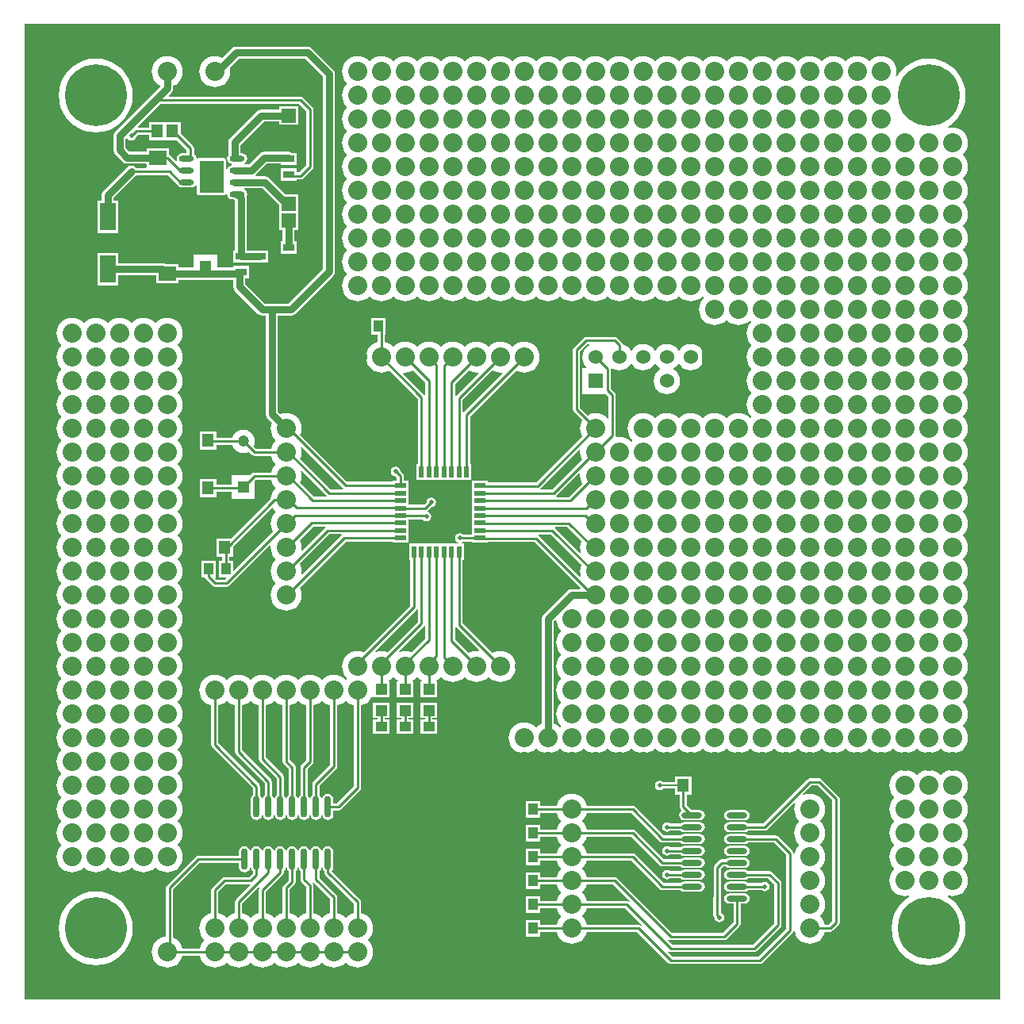
<source format=gtl>
G04 Layer_Physical_Order=1*
G04 Layer_Color=25308*
%FSLAX25Y25*%
%MOIN*%
G70*
G01*
G75*
%ADD10R,0.04724X0.01969*%
%ADD11R,0.01969X0.04724*%
%ADD12O,0.02600X0.09000*%
%ADD13O,0.08661X0.02362*%
%ADD14O,0.06300X0.02400*%
%ADD15R,0.05118X0.05709*%
%ADD16R,0.04724X0.03150*%
%ADD17R,0.05118X0.04528*%
%ADD18R,0.05118X0.03937*%
%ADD19R,0.03937X0.05118*%
%ADD20R,0.07480X0.05906*%
%ADD21R,0.06102X0.05906*%
%ADD22R,0.06693X0.11811*%
%ADD23C,0.01000*%
%ADD24C,0.03000*%
%ADD25C,0.00600*%
%ADD26C,0.02500*%
%ADD27R,0.10300X0.13800*%
%ADD28C,0.08000*%
%ADD29C,0.04724*%
%ADD30R,0.04724X0.04724*%
%ADD31C,0.06000*%
%ADD32R,0.06000X0.06000*%
%ADD33C,0.25984*%
%ADD34R,0.05118X0.05118*%
%ADD35C,0.05118*%
%ADD36C,0.02000*%
G36*
X440000Y30000D02*
X30000D01*
Y440000D01*
X440000D01*
Y30000D01*
D02*
G37*
%LPC*%
G36*
X310409Y123854D02*
X303291D01*
Y121326D01*
X298520D01*
X298442Y121442D01*
X297780Y121884D01*
X297000Y122039D01*
X296220Y121884D01*
X295558Y121442D01*
X295116Y120780D01*
X294961Y120000D01*
X295116Y119220D01*
X295558Y118558D01*
X296220Y118116D01*
X297000Y117961D01*
X297780Y118116D01*
X298442Y118558D01*
X298520Y118675D01*
X303291D01*
Y116146D01*
X305321D01*
Y111201D01*
X305437Y110616D01*
X305769Y110119D01*
X306142Y109746D01*
X306093Y109249D01*
X305829Y109072D01*
X305347Y108351D01*
X305178Y107500D01*
X305347Y106649D01*
X305829Y105928D01*
X306551Y105446D01*
X307402Y105276D01*
X313701D01*
X314552Y105446D01*
X315273Y105928D01*
X315755Y106649D01*
X315925Y107500D01*
X315755Y108351D01*
X315273Y109072D01*
X314552Y109555D01*
X313701Y109724D01*
X310490D01*
X308380Y111834D01*
Y116146D01*
X310409D01*
Y123854D01*
D02*
G37*
G36*
X332598Y109724D02*
X326299D01*
X325448Y109555D01*
X324727Y109072D01*
X324245Y108351D01*
X324075Y107500D01*
X324245Y106649D01*
X324727Y105928D01*
X325448Y105446D01*
X326299Y105276D01*
X332598D01*
X333449Y105446D01*
X334171Y105928D01*
X334653Y106649D01*
X334822Y107500D01*
X334653Y108351D01*
X334171Y109072D01*
X333449Y109555D01*
X332598Y109724D01*
D02*
G37*
G36*
X313701Y104724D02*
X307402D01*
X306551Y104554D01*
X305829Y104072D01*
X305800Y104029D01*
X301405D01*
X300887Y104376D01*
X300106Y104531D01*
X299326Y104376D01*
X298664Y103934D01*
X298222Y103272D01*
X298067Y102492D01*
X298222Y101711D01*
X298664Y101050D01*
X299326Y100608D01*
X300106Y100453D01*
X300887Y100608D01*
X301430Y100971D01*
X305800D01*
X305829Y100927D01*
X306551Y100445D01*
X307402Y100276D01*
X313701D01*
X314552Y100445D01*
X315273Y100927D01*
X315755Y101649D01*
X315925Y102500D01*
X315755Y103351D01*
X315273Y104072D01*
X314552Y104554D01*
X313701Y104724D01*
D02*
G37*
G36*
X420000Y126531D02*
X418726Y126406D01*
X417500Y126034D01*
X416371Y125431D01*
X415382Y124618D01*
X415250Y124458D01*
X414750D01*
X414618Y124618D01*
X413629Y125431D01*
X412500Y126034D01*
X411274Y126406D01*
X410000Y126531D01*
X408726Y126406D01*
X407501Y126034D01*
X406371Y125431D01*
X405382Y124618D01*
X405250Y124458D01*
X404750D01*
X404618Y124618D01*
X403629Y125431D01*
X402499Y126034D01*
X401274Y126406D01*
X400000Y126531D01*
X398726Y126406D01*
X397500Y126034D01*
X396371Y125431D01*
X395382Y124618D01*
X394569Y123629D01*
X393966Y122500D01*
X393594Y121274D01*
X393469Y120000D01*
X393594Y118726D01*
X393966Y117500D01*
X394569Y116371D01*
X395382Y115382D01*
X395542Y115250D01*
Y114750D01*
X395382Y114618D01*
X394569Y113629D01*
X393966Y112499D01*
X393594Y111274D01*
X393469Y110000D01*
X393594Y108726D01*
X393966Y107501D01*
X394569Y106371D01*
X395382Y105382D01*
X395542Y105250D01*
Y104750D01*
X395382Y104618D01*
X394569Y103629D01*
X393966Y102499D01*
X393594Y101274D01*
X393469Y100000D01*
X393594Y98726D01*
X393966Y97500D01*
X394569Y96371D01*
X395382Y95382D01*
X395542Y95250D01*
Y94750D01*
X395382Y94618D01*
X394569Y93629D01*
X393966Y92500D01*
X393594Y91274D01*
X393469Y90000D01*
X393594Y88726D01*
X393966Y87501D01*
X394569Y86371D01*
X395382Y85382D01*
X395542Y85250D01*
Y84750D01*
X395382Y84618D01*
X394569Y83629D01*
X393966Y82499D01*
X393594Y81274D01*
X393469Y80000D01*
X393594Y78726D01*
X393966Y77500D01*
X394569Y76371D01*
X395382Y75382D01*
X396371Y74569D01*
X397500Y73966D01*
X398726Y73594D01*
X400000Y73469D01*
X401274Y73594D01*
X401873Y73776D01*
X402079Y73316D01*
X400866Y72572D01*
X399011Y70989D01*
X397428Y69134D01*
X396154Y67055D01*
X395221Y64802D01*
X394651Y62431D01*
X394460Y60000D01*
X394651Y57569D01*
X395221Y55198D01*
X396154Y52945D01*
X397428Y50866D01*
X399011Y49011D01*
X400866Y47428D01*
X402945Y46154D01*
X405198Y45221D01*
X407569Y44651D01*
X410000Y44460D01*
X412431Y44651D01*
X414802Y45221D01*
X417055Y46154D01*
X419134Y47428D01*
X420989Y49011D01*
X422572Y50866D01*
X423846Y52945D01*
X424779Y55198D01*
X425349Y57569D01*
X425540Y60000D01*
X425349Y62431D01*
X424779Y64802D01*
X423846Y67055D01*
X422572Y69134D01*
X420989Y70989D01*
X419134Y72572D01*
X417921Y73316D01*
X418127Y73776D01*
X418726Y73594D01*
X420000Y73469D01*
X421274Y73594D01*
X422500Y73966D01*
X423629Y74569D01*
X424618Y75382D01*
X425431Y76371D01*
X426034Y77500D01*
X426406Y78726D01*
X426532Y80000D01*
X426406Y81274D01*
X426034Y82499D01*
X425431Y83629D01*
X424618Y84618D01*
X424458Y84750D01*
Y85250D01*
X424618Y85382D01*
X425431Y86371D01*
X426034Y87501D01*
X426406Y88726D01*
X426532Y90000D01*
X426406Y91274D01*
X426034Y92500D01*
X425431Y93629D01*
X424618Y94618D01*
X424458Y94750D01*
Y95250D01*
X424618Y95382D01*
X425431Y96371D01*
X426034Y97500D01*
X426406Y98726D01*
X426532Y100000D01*
X426406Y101274D01*
X426034Y102499D01*
X425431Y103629D01*
X424618Y104618D01*
X424458Y104750D01*
Y105250D01*
X424618Y105382D01*
X425431Y106371D01*
X426034Y107501D01*
X426406Y108726D01*
X426532Y110000D01*
X426406Y111274D01*
X426034Y112499D01*
X425431Y113629D01*
X424618Y114618D01*
X424458Y114750D01*
Y115250D01*
X424618Y115382D01*
X425431Y116371D01*
X426034Y117500D01*
X426406Y118726D01*
X426532Y120000D01*
X426406Y121274D01*
X426034Y122500D01*
X425431Y123629D01*
X424618Y124618D01*
X423629Y125431D01*
X422500Y126034D01*
X421274Y126406D01*
X420000Y126531D01*
D02*
G37*
G36*
X183559Y154834D02*
X176441D01*
Y148307D01*
X178471D01*
Y147610D01*
X176441D01*
Y141673D01*
X183559D01*
Y147610D01*
X181529D01*
Y148307D01*
X183559D01*
Y154834D01*
D02*
G37*
G36*
X203559Y154835D02*
X196441D01*
Y148307D01*
X198471D01*
Y147610D01*
X196441D01*
Y141673D01*
X203559D01*
Y147610D01*
X201529D01*
Y148307D01*
X203559D01*
Y154835D01*
D02*
G37*
G36*
X193559D02*
X186441D01*
Y148307D01*
X188471D01*
Y147610D01*
X186441D01*
Y141673D01*
X193559D01*
Y147610D01*
X191529D01*
Y148307D01*
X193559D01*
Y154835D01*
D02*
G37*
G36*
X364106Y123021D02*
X360106D01*
X359521Y122905D01*
X359025Y122573D01*
X340481Y104029D01*
X334200D01*
X334171Y104072D01*
X333449Y104554D01*
X332598Y104724D01*
X326299D01*
X325448Y104554D01*
X324727Y104072D01*
X324245Y103351D01*
X324075Y102500D01*
X324245Y101649D01*
X324727Y100927D01*
X325448Y100445D01*
X326299Y100276D01*
X332598D01*
X333449Y100445D01*
X334171Y100927D01*
X334200Y100971D01*
X341114D01*
X341700Y101087D01*
X342196Y101419D01*
X353539Y112761D01*
X353966Y112499D01*
X353594Y111274D01*
X353469Y110000D01*
X353594Y108726D01*
X353966Y107501D01*
X354569Y106371D01*
X355382Y105382D01*
X355542Y105250D01*
Y104750D01*
X355382Y104618D01*
X354569Y103629D01*
X353966Y102499D01*
X353594Y101274D01*
X353469Y100000D01*
X353594Y98726D01*
X353966Y97500D01*
X354569Y96371D01*
X355382Y95382D01*
X355542Y95250D01*
Y94750D01*
X355382Y94618D01*
X354569Y93629D01*
X353966Y92500D01*
X353636Y91411D01*
X353136Y91486D01*
Y91492D01*
X353019Y92077D01*
X352688Y92573D01*
X346679Y98581D01*
X346183Y98913D01*
X345598Y99029D01*
X334200D01*
X334171Y99072D01*
X333449Y99555D01*
X332598Y99724D01*
X326299D01*
X325448Y99555D01*
X324727Y99072D01*
X324245Y98351D01*
X324075Y97500D01*
X324245Y96649D01*
X324727Y95928D01*
X325448Y95446D01*
X326299Y95276D01*
X332598D01*
X333449Y95446D01*
X334171Y95928D01*
X334200Y95971D01*
X344965D01*
X350077Y90858D01*
Y59625D01*
X338473Y48021D01*
X302240D01*
X300305Y49956D01*
X300624Y50344D01*
X301021Y50079D01*
X301606Y49962D01*
X336606D01*
X337192Y50079D01*
X337688Y50410D01*
X347688Y60410D01*
X348019Y60906D01*
X348136Y61492D01*
Y78992D01*
X348039Y79480D01*
X348019Y79577D01*
X347688Y80073D01*
X344180Y83581D01*
X343683Y83913D01*
X343098Y84029D01*
X334200D01*
X334171Y84073D01*
X333449Y84554D01*
X332598Y84724D01*
X326299D01*
X325448Y84554D01*
X324727Y84073D01*
X324245Y83351D01*
X324075Y82500D01*
X324245Y81649D01*
X324727Y80927D01*
X325448Y80445D01*
X326299Y80276D01*
X332598D01*
X333449Y80445D01*
X334171Y80927D01*
X334200Y80971D01*
X342465D01*
X345077Y78358D01*
Y62125D01*
X335973Y53021D01*
X302240D01*
X300305Y54956D01*
X300624Y55344D01*
X301021Y55079D01*
X301606Y54962D01*
X324106D01*
X324692Y55079D01*
X325188Y55410D01*
X330530Y60753D01*
X330862Y61249D01*
X330978Y61834D01*
Y70276D01*
X332598D01*
X333449Y70446D01*
X334171Y70928D01*
X334653Y71649D01*
X334822Y72500D01*
X334653Y73351D01*
X334171Y74072D01*
X333449Y74555D01*
X332598Y74724D01*
X326299D01*
X325448Y74555D01*
X324727Y74072D01*
X324245Y73351D01*
X324075Y72500D01*
X324245Y71649D01*
X324727Y70928D01*
X325448Y70446D01*
X326299Y70276D01*
X327919D01*
Y62468D01*
X323473Y58021D01*
X302240D01*
X279180Y81081D01*
X278683Y81413D01*
X278098Y81529D01*
X266329D01*
X266034Y82499D01*
X265431Y83629D01*
X264618Y84618D01*
X264458Y84750D01*
Y85250D01*
X264618Y85382D01*
X265431Y86371D01*
X266034Y87501D01*
X266329Y88471D01*
X284965D01*
X297017Y76419D01*
X297513Y76087D01*
X298098Y75971D01*
X305800D01*
X305829Y75928D01*
X306551Y75445D01*
X307402Y75276D01*
X313701D01*
X314552Y75445D01*
X315273Y75928D01*
X315755Y76649D01*
X315925Y77500D01*
X315755Y78351D01*
X315273Y79072D01*
X314552Y79554D01*
X313701Y79724D01*
X307402D01*
X306551Y79554D01*
X305829Y79072D01*
X305800Y79029D01*
X298732D01*
X286680Y91081D01*
X286183Y91413D01*
X285598Y91529D01*
X266329D01*
X266034Y92500D01*
X265431Y93629D01*
X264618Y94618D01*
X264458Y94750D01*
Y95250D01*
X264618Y95382D01*
X265431Y96371D01*
X266034Y97500D01*
X266329Y98471D01*
X284965D01*
X297017Y86419D01*
X297513Y86087D01*
X298098Y85971D01*
X305800D01*
X305829Y85927D01*
X306551Y85445D01*
X307402Y85276D01*
X313701D01*
X314552Y85445D01*
X315273Y85927D01*
X315755Y86649D01*
X315925Y87500D01*
X315755Y88351D01*
X315273Y89073D01*
X314552Y89555D01*
X313701Y89724D01*
X307402D01*
X306551Y89555D01*
X305829Y89073D01*
X305800Y89029D01*
X298732D01*
X286680Y101081D01*
X286183Y101413D01*
X285598Y101529D01*
X266329D01*
X266034Y102499D01*
X265431Y103629D01*
X264618Y104618D01*
X264458Y104750D01*
Y105250D01*
X264618Y105382D01*
X265431Y106371D01*
X266034Y107501D01*
X266329Y108471D01*
X284965D01*
X297017Y96419D01*
X297513Y96087D01*
X298098Y95971D01*
X305800D01*
X305829Y95928D01*
X306551Y95446D01*
X307402Y95276D01*
X313701D01*
X314552Y95446D01*
X315273Y95928D01*
X315755Y96649D01*
X315925Y97500D01*
X315755Y98351D01*
X315273Y99072D01*
X314552Y99555D01*
X313701Y99724D01*
X307402D01*
X306551Y99555D01*
X305829Y99072D01*
X305800Y99029D01*
X298732D01*
X286680Y111081D01*
X286183Y111413D01*
X285598Y111529D01*
X266329D01*
X266034Y112499D01*
X265431Y113629D01*
X264618Y114618D01*
X263629Y115431D01*
X262499Y116034D01*
X261274Y116406D01*
X260000Y116531D01*
X258726Y116406D01*
X257501Y116034D01*
X256371Y115431D01*
X255382Y114618D01*
X254569Y113629D01*
X253966Y112499D01*
X253672Y111529D01*
X246610D01*
Y113559D01*
X240673D01*
Y106441D01*
X246610D01*
Y108471D01*
X253672D01*
X253966Y107501D01*
X254569Y106371D01*
X255382Y105382D01*
X255542Y105250D01*
Y104750D01*
X255382Y104618D01*
X254569Y103629D01*
X253966Y102499D01*
X253672Y101529D01*
X246610D01*
Y103559D01*
X240673D01*
Y96441D01*
X246610D01*
Y98471D01*
X253672D01*
X253966Y97500D01*
X254569Y96371D01*
X255382Y95382D01*
X255542Y95250D01*
Y94750D01*
X255382Y94618D01*
X254569Y93629D01*
X253966Y92500D01*
X253672Y91529D01*
X246610D01*
Y93559D01*
X240673D01*
Y86441D01*
X246610D01*
Y88471D01*
X253672D01*
X253966Y87501D01*
X254569Y86371D01*
X255382Y85382D01*
X255542Y85250D01*
Y84750D01*
X255382Y84618D01*
X254569Y83629D01*
X253966Y82499D01*
X253672Y81529D01*
X246610D01*
Y83559D01*
X240673D01*
Y76441D01*
X246610D01*
Y78471D01*
X253672D01*
X253966Y77500D01*
X254569Y76371D01*
X255382Y75382D01*
X255542Y75250D01*
Y74750D01*
X255382Y74618D01*
X254569Y73629D01*
X253966Y72500D01*
X253672Y71529D01*
X246610D01*
Y73559D01*
X240673D01*
Y66441D01*
X246610D01*
Y68471D01*
X253672D01*
X253966Y67501D01*
X254569Y66371D01*
X255382Y65382D01*
X255542Y65250D01*
Y64750D01*
X255382Y64618D01*
X254569Y63629D01*
X253966Y62499D01*
X253672Y61529D01*
X246610D01*
Y63559D01*
X240673D01*
Y56441D01*
X246610D01*
Y58471D01*
X253672D01*
X253966Y57500D01*
X254569Y56371D01*
X255382Y55382D01*
X256371Y54569D01*
X257501Y53966D01*
X258726Y53594D01*
X260000Y53469D01*
X261274Y53594D01*
X262499Y53966D01*
X263629Y54569D01*
X264618Y55382D01*
X265431Y56371D01*
X266034Y57500D01*
X266329Y58471D01*
X287465D01*
X300525Y45410D01*
X301021Y45079D01*
X301606Y44962D01*
X339106D01*
X339691Y45079D01*
X340188Y45410D01*
X352688Y57910D01*
X353019Y58407D01*
X353089Y58756D01*
X353594Y58731D01*
X353594Y58726D01*
X353966Y57500D01*
X354569Y56371D01*
X355382Y55382D01*
X356371Y54569D01*
X357501Y53966D01*
X358726Y53594D01*
X360000Y53469D01*
X361274Y53594D01*
X362499Y53966D01*
X363629Y54569D01*
X364618Y55382D01*
X365431Y56371D01*
X366034Y57500D01*
X366329Y58471D01*
X368615D01*
X369200Y58587D01*
X369696Y58919D01*
X372188Y61410D01*
X372519Y61906D01*
X372636Y62492D01*
Y114492D01*
X372538Y114980D01*
X372519Y115077D01*
X372188Y115573D01*
X365188Y122573D01*
X364691Y122905D01*
X364106Y123021D01*
D02*
G37*
G36*
X313701Y84724D02*
X307402D01*
X306551Y84554D01*
X305829Y84073D01*
X305800Y84029D01*
X301426D01*
X300895Y84384D01*
X300114Y84539D01*
X299334Y84384D01*
X298673Y83942D01*
X298231Y83280D01*
X298075Y82500D01*
X298231Y81720D01*
X298673Y81058D01*
X299334Y80616D01*
X300114Y80461D01*
X300895Y80616D01*
X301426Y80971D01*
X305800D01*
X305829Y80927D01*
X306551Y80445D01*
X307402Y80276D01*
X313701D01*
X314552Y80445D01*
X315273Y80927D01*
X315755Y81649D01*
X315925Y82500D01*
X315755Y83351D01*
X315273Y84073D01*
X314552Y84554D01*
X313701Y84724D01*
D02*
G37*
G36*
X332598Y79724D02*
X326299D01*
X325448Y79554D01*
X324727Y79072D01*
X324245Y78351D01*
X324075Y77500D01*
X324245Y76649D01*
X324727Y75928D01*
X325448Y75445D01*
X326299Y75276D01*
X332598D01*
X333449Y75445D01*
X334171Y75928D01*
X334200Y75971D01*
X339787D01*
X340318Y75616D01*
X341098Y75461D01*
X341878Y75616D01*
X342540Y76058D01*
X342982Y76720D01*
X343137Y77500D01*
X342982Y78280D01*
X342540Y78942D01*
X341878Y79384D01*
X341098Y79539D01*
X340318Y79384D01*
X339787Y79029D01*
X334200D01*
X334171Y79072D01*
X333449Y79554D01*
X332598Y79724D01*
D02*
G37*
G36*
X60000Y75540D02*
X57569Y75349D01*
X55198Y74779D01*
X52945Y73846D01*
X50866Y72572D01*
X49011Y70989D01*
X47428Y69134D01*
X46154Y67055D01*
X45221Y64802D01*
X44651Y62431D01*
X44460Y60000D01*
X44651Y57569D01*
X45221Y55198D01*
X46154Y52945D01*
X47428Y50866D01*
X49011Y49011D01*
X50866Y47428D01*
X52945Y46154D01*
X55198Y45221D01*
X57569Y44651D01*
X60000Y44460D01*
X62431Y44651D01*
X64802Y45221D01*
X67055Y46154D01*
X69134Y47428D01*
X70989Y49011D01*
X72572Y50866D01*
X73846Y52945D01*
X74779Y55198D01*
X75349Y57569D01*
X75540Y60000D01*
X75349Y62431D01*
X74779Y64802D01*
X73846Y67055D01*
X72572Y69134D01*
X70989Y70989D01*
X69134Y72572D01*
X67055Y73846D01*
X64802Y74779D01*
X62431Y75349D01*
X60000Y75540D01*
D02*
G37*
G36*
X332598Y89724D02*
X326299D01*
X325448Y89555D01*
X324727Y89073D01*
X324698Y89029D01*
X323114D01*
X322529Y88913D01*
X322033Y88581D01*
X320025Y86573D01*
X319693Y86077D01*
X319577Y85492D01*
Y65492D01*
X319693Y64907D01*
X320025Y64410D01*
X320098Y64337D01*
X320222Y63711D01*
X320664Y63050D01*
X321326Y62608D01*
X322106Y62453D01*
X322887Y62608D01*
X323548Y63050D01*
X323990Y63711D01*
X324145Y64492D01*
X323990Y65272D01*
X323548Y65934D01*
X322887Y66376D01*
X322636Y66426D01*
Y84858D01*
X323748Y85971D01*
X324698D01*
X324727Y85927D01*
X325448Y85445D01*
X326299Y85276D01*
X332598D01*
X333449Y85445D01*
X334171Y85927D01*
X334653Y86649D01*
X334822Y87500D01*
X334653Y88351D01*
X334171Y89073D01*
X333449Y89555D01*
X332598Y89724D01*
D02*
G37*
G36*
X313701Y94724D02*
X307402D01*
X306551Y94555D01*
X305829Y94073D01*
X305800Y94029D01*
X301405D01*
X300887Y94376D01*
X300106Y94531D01*
X299326Y94376D01*
X298664Y93934D01*
X298222Y93272D01*
X298067Y92492D01*
X298222Y91711D01*
X298664Y91050D01*
X299326Y90608D01*
X300106Y90453D01*
X300887Y90608D01*
X301430Y90971D01*
X305800D01*
X305829Y90927D01*
X306551Y90446D01*
X307402Y90276D01*
X313701D01*
X314552Y90446D01*
X315273Y90927D01*
X315755Y91649D01*
X315925Y92500D01*
X315755Y93351D01*
X315273Y94073D01*
X314552Y94555D01*
X313701Y94724D01*
D02*
G37*
G36*
X157500Y94545D02*
X156603Y94367D01*
X155842Y93858D01*
X155333Y93097D01*
X155255Y92703D01*
X154745D01*
X154667Y93097D01*
X154158Y93858D01*
X153397Y94367D01*
X152500Y94545D01*
X151603Y94367D01*
X150842Y93858D01*
X150333Y93097D01*
X150255Y92703D01*
X149745D01*
X149667Y93097D01*
X149158Y93858D01*
X148397Y94367D01*
X147500Y94545D01*
X146603Y94367D01*
X145842Y93858D01*
X145333Y93097D01*
X145255Y92703D01*
X144745D01*
X144667Y93097D01*
X144158Y93858D01*
X143397Y94367D01*
X142500Y94545D01*
X141603Y94367D01*
X140842Y93858D01*
X140333Y93097D01*
X140255Y92703D01*
X139745D01*
X139667Y93097D01*
X139158Y93858D01*
X138397Y94367D01*
X137500Y94545D01*
X136603Y94367D01*
X135842Y93858D01*
X135333Y93097D01*
X135255Y92703D01*
X134745D01*
X134667Y93097D01*
X134158Y93858D01*
X133397Y94367D01*
X132500Y94545D01*
X131603Y94367D01*
X130842Y93858D01*
X130333Y93097D01*
X130255Y92703D01*
X129745D01*
X129667Y93097D01*
X129158Y93858D01*
X128397Y94367D01*
X127500Y94545D01*
X126603Y94367D01*
X125842Y93858D01*
X125333Y93097D01*
X125255Y92703D01*
X124745D01*
X124667Y93097D01*
X124158Y93858D01*
X123397Y94367D01*
X122500Y94545D01*
X121603Y94367D01*
X120842Y93858D01*
X120333Y93097D01*
X120155Y92200D01*
Y90529D01*
X103000D01*
X102415Y90413D01*
X101919Y90081D01*
X89919Y78081D01*
X89587Y77585D01*
X89471Y77000D01*
Y56479D01*
X88726Y56406D01*
X87501Y56034D01*
X86371Y55431D01*
X85382Y54618D01*
X84569Y53629D01*
X83966Y52500D01*
X83594Y51274D01*
X83469Y50000D01*
X83594Y48726D01*
X83966Y47501D01*
X84569Y46371D01*
X85382Y45382D01*
X86371Y44569D01*
X87501Y43966D01*
X88726Y43594D01*
X90000Y43468D01*
X91274Y43594D01*
X92500Y43966D01*
X93629Y44569D01*
X94618Y45382D01*
X95431Y46371D01*
X96034Y47501D01*
X96329Y48471D01*
X103672D01*
X103966Y47501D01*
X104569Y46371D01*
X105382Y45382D01*
X106371Y44569D01*
X107501Y43966D01*
X108726Y43594D01*
X110000Y43468D01*
X111274Y43594D01*
X112499Y43966D01*
X113629Y44569D01*
X114618Y45382D01*
X114750Y45542D01*
X115250D01*
X115382Y45382D01*
X116371Y44569D01*
X117500Y43966D01*
X118726Y43594D01*
X120000Y43468D01*
X121274Y43594D01*
X122500Y43966D01*
X123629Y44569D01*
X124618Y45382D01*
X124750Y45542D01*
X125250D01*
X125382Y45382D01*
X126371Y44569D01*
X127500Y43966D01*
X128726Y43594D01*
X130000Y43468D01*
X131274Y43594D01*
X132500Y43966D01*
X133629Y44569D01*
X134618Y45382D01*
X134750Y45542D01*
X135250D01*
X135382Y45382D01*
X136371Y44569D01*
X137501Y43966D01*
X138726Y43594D01*
X140000Y43468D01*
X141274Y43594D01*
X142499Y43966D01*
X143629Y44569D01*
X144618Y45382D01*
X144750Y45542D01*
X145250D01*
X145382Y45382D01*
X146371Y44569D01*
X147501Y43966D01*
X148726Y43594D01*
X150000Y43468D01*
X151274Y43594D01*
X152499Y43966D01*
X153629Y44569D01*
X154618Y45382D01*
X154750Y45542D01*
X155250D01*
X155382Y45382D01*
X156371Y44569D01*
X157501Y43966D01*
X158726Y43594D01*
X160000Y43468D01*
X161274Y43594D01*
X162499Y43966D01*
X163629Y44569D01*
X164618Y45382D01*
X164750Y45542D01*
X165250D01*
X165382Y45382D01*
X166371Y44569D01*
X167500Y43966D01*
X168726Y43594D01*
X170000Y43468D01*
X171274Y43594D01*
X172500Y43966D01*
X173629Y44569D01*
X174618Y45382D01*
X175431Y46371D01*
X176034Y47501D01*
X176406Y48726D01*
X176531Y50000D01*
X176406Y51274D01*
X176034Y52500D01*
X175431Y53629D01*
X174618Y54618D01*
X174458Y54750D01*
Y55250D01*
X174618Y55382D01*
X175431Y56371D01*
X176034Y57500D01*
X176406Y58726D01*
X176531Y60000D01*
X176406Y61274D01*
X176034Y62499D01*
X175431Y63629D01*
X174618Y64618D01*
X173629Y65431D01*
X172500Y66034D01*
X171529Y66329D01*
Y71000D01*
X171413Y71585D01*
X171081Y72081D01*
X159146Y84017D01*
X159158Y84142D01*
X159667Y84903D01*
X159845Y85800D01*
Y92200D01*
X159667Y93097D01*
X159158Y93858D01*
X158397Y94367D01*
X157500Y94545D01*
D02*
G37*
G36*
X332598Y94724D02*
X326299D01*
X325448Y94555D01*
X324727Y94073D01*
X324245Y93351D01*
X324075Y92500D01*
X324245Y91649D01*
X324727Y90927D01*
X325448Y90446D01*
X326299Y90276D01*
X332598D01*
X333449Y90446D01*
X334171Y90927D01*
X334653Y91649D01*
X334822Y92500D01*
X334653Y93351D01*
X334171Y94073D01*
X333449Y94555D01*
X332598Y94724D01*
D02*
G37*
G36*
X181610Y316559D02*
X175673D01*
Y309441D01*
X178471D01*
Y306329D01*
X177500Y306034D01*
X176371Y305431D01*
X175382Y304618D01*
X174569Y303629D01*
X173966Y302500D01*
X173594Y301274D01*
X173469Y300000D01*
X173594Y298726D01*
X173966Y297500D01*
X174569Y296371D01*
X175382Y295382D01*
X176371Y294569D01*
X177500Y293966D01*
X178726Y293594D01*
X180000Y293469D01*
X181274Y293594D01*
X182500Y293966D01*
X183394Y294444D01*
X195329Y282508D01*
Y255071D01*
X194874D01*
Y248346D01*
X217740D01*
Y255071D01*
X217285D01*
Y275122D01*
X236607Y294443D01*
X237501Y293966D01*
X238726Y293594D01*
X240000Y293468D01*
X241274Y293594D01*
X242499Y293966D01*
X243629Y294569D01*
X244618Y295381D01*
X245431Y296371D01*
X246034Y297500D01*
X246406Y298726D01*
X246531Y300000D01*
X246406Y301274D01*
X246034Y302499D01*
X245431Y303629D01*
X244618Y304618D01*
X243629Y305431D01*
X242499Y306034D01*
X241274Y306406D01*
X240000Y306531D01*
X238726Y306406D01*
X237501Y306034D01*
X236371Y305431D01*
X235382Y304618D01*
X235250Y304458D01*
X234750D01*
X234618Y304618D01*
X233629Y305431D01*
X232500Y306034D01*
X231274Y306406D01*
X230000Y306531D01*
X228726Y306406D01*
X227501Y306034D01*
X226371Y305431D01*
X225382Y304618D01*
X225250Y304458D01*
X224750D01*
X224619Y304618D01*
X223629Y305431D01*
X222500Y306034D01*
X221274Y306406D01*
X220000Y306531D01*
X218726Y306406D01*
X217501Y306034D01*
X216371Y305431D01*
X215382Y304618D01*
X215250Y304458D01*
X214750D01*
X214618Y304619D01*
X213629Y305431D01*
X212499Y306034D01*
X211274Y306406D01*
X210000Y306532D01*
X208726Y306406D01*
X207501Y306034D01*
X206371Y305431D01*
X205382Y304619D01*
X205250Y304458D01*
X204750D01*
X204618Y304618D01*
X203629Y305431D01*
X202500Y306034D01*
X201274Y306406D01*
X200000Y306531D01*
X198726Y306406D01*
X197501Y306034D01*
X196371Y305431D01*
X195382Y304618D01*
X195250Y304458D01*
X194750D01*
X194618Y304619D01*
X193629Y305431D01*
X192499Y306034D01*
X191274Y306406D01*
X190000Y306532D01*
X188726Y306406D01*
X187501Y306034D01*
X186371Y305431D01*
X185382Y304619D01*
X185250Y304458D01*
X184750D01*
X184618Y304618D01*
X183629Y305431D01*
X182500Y306034D01*
X181529Y306329D01*
Y309441D01*
X181610D01*
Y316559D01*
D02*
G37*
G36*
X90000Y316531D02*
X88726Y316406D01*
X87501Y316034D01*
X86371Y315431D01*
X85382Y314618D01*
X85250Y314458D01*
X84750D01*
X84618Y314618D01*
X83629Y315431D01*
X82499Y316034D01*
X81274Y316406D01*
X80000Y316531D01*
X78726Y316406D01*
X77500Y316034D01*
X76371Y315431D01*
X75382Y314618D01*
X75250Y314458D01*
X74750D01*
X74618Y314618D01*
X73629Y315431D01*
X72500Y316034D01*
X71274Y316406D01*
X70000Y316531D01*
X68726Y316406D01*
X67501Y316034D01*
X66371Y315431D01*
X65382Y314618D01*
X65250Y314458D01*
X64750D01*
X64618Y314618D01*
X63629Y315431D01*
X62499Y316034D01*
X61274Y316406D01*
X60000Y316531D01*
X58726Y316406D01*
X57500Y316034D01*
X56371Y315431D01*
X55382Y314618D01*
X55250Y314458D01*
X54750D01*
X54618Y314618D01*
X53629Y315431D01*
X52500Y316034D01*
X51274Y316406D01*
X50000Y316531D01*
X48726Y316406D01*
X47501Y316034D01*
X46371Y315431D01*
X45382Y314618D01*
X44569Y313629D01*
X43966Y312499D01*
X43594Y311274D01*
X43468Y310000D01*
X43594Y308726D01*
X43966Y307501D01*
X44569Y306371D01*
X45382Y305382D01*
X45542Y305250D01*
Y304750D01*
X45382Y304618D01*
X44569Y303629D01*
X43966Y302500D01*
X43594Y301274D01*
X43468Y300000D01*
X43594Y298726D01*
X43966Y297500D01*
X44569Y296371D01*
X45382Y295382D01*
X45542Y295250D01*
Y294750D01*
X45382Y294618D01*
X44569Y293629D01*
X43966Y292499D01*
X43594Y291274D01*
X43468Y290000D01*
X43594Y288726D01*
X43966Y287501D01*
X44569Y286371D01*
X45382Y285382D01*
X45542Y285250D01*
Y284750D01*
X45382Y284618D01*
X44569Y283629D01*
X43966Y282500D01*
X43594Y281274D01*
X43468Y280000D01*
X43594Y278726D01*
X43966Y277501D01*
X44569Y276371D01*
X45382Y275382D01*
X45542Y275250D01*
Y274750D01*
X45382Y274618D01*
X44569Y273629D01*
X43966Y272499D01*
X43594Y271274D01*
X43468Y270000D01*
X43594Y268726D01*
X43966Y267500D01*
X44569Y266371D01*
X45382Y265382D01*
X45542Y265250D01*
Y264750D01*
X45382Y264618D01*
X44569Y263629D01*
X43966Y262499D01*
X43594Y261274D01*
X43468Y260000D01*
X43594Y258726D01*
X43966Y257501D01*
X44569Y256371D01*
X45382Y255382D01*
X45542Y255250D01*
Y254750D01*
X45382Y254618D01*
X44569Y253629D01*
X43966Y252500D01*
X43594Y251274D01*
X43468Y250000D01*
X43594Y248726D01*
X43966Y247500D01*
X44569Y246371D01*
X45382Y245382D01*
X45542Y245250D01*
Y244750D01*
X45382Y244618D01*
X44569Y243629D01*
X43966Y242499D01*
X43594Y241274D01*
X43468Y240000D01*
X43594Y238726D01*
X43966Y237501D01*
X44569Y236371D01*
X45382Y235382D01*
X45542Y235250D01*
Y234750D01*
X45382Y234618D01*
X44569Y233629D01*
X43966Y232500D01*
X43594Y231274D01*
X43468Y230000D01*
X43594Y228726D01*
X43966Y227501D01*
X44569Y226371D01*
X45382Y225382D01*
X45542Y225250D01*
Y224750D01*
X45382Y224618D01*
X44569Y223629D01*
X43966Y222499D01*
X43594Y221274D01*
X43468Y220000D01*
X43594Y218726D01*
X43966Y217500D01*
X44569Y216371D01*
X45382Y215382D01*
X45542Y215250D01*
Y214750D01*
X45382Y214618D01*
X44569Y213629D01*
X43966Y212499D01*
X43594Y211274D01*
X43468Y210000D01*
X43594Y208726D01*
X43966Y207501D01*
X44569Y206371D01*
X45382Y205382D01*
X45542Y205250D01*
Y204750D01*
X45382Y204618D01*
X44569Y203629D01*
X43966Y202500D01*
X43594Y201274D01*
X43468Y200000D01*
X43594Y198726D01*
X43966Y197501D01*
X44569Y196371D01*
X45382Y195382D01*
X45542Y195250D01*
Y194750D01*
X45382Y194618D01*
X44569Y193629D01*
X43966Y192499D01*
X43594Y191274D01*
X43468Y190000D01*
X43594Y188726D01*
X43966Y187501D01*
X44569Y186371D01*
X45382Y185382D01*
X45542Y185250D01*
Y184750D01*
X45382Y184618D01*
X44569Y183629D01*
X43966Y182500D01*
X43594Y181274D01*
X43468Y180000D01*
X43594Y178726D01*
X43966Y177500D01*
X44569Y176371D01*
X45382Y175382D01*
X45542Y175250D01*
Y174750D01*
X45382Y174618D01*
X44569Y173629D01*
X43966Y172500D01*
X43594Y171274D01*
X43468Y170000D01*
X43594Y168726D01*
X43966Y167500D01*
X44569Y166371D01*
X45382Y165382D01*
X45542Y165250D01*
Y164750D01*
X45382Y164618D01*
X44569Y163629D01*
X43966Y162499D01*
X43594Y161274D01*
X43468Y160000D01*
X43594Y158726D01*
X43966Y157501D01*
X44569Y156371D01*
X45382Y155382D01*
X45542Y155250D01*
Y154750D01*
X45382Y154618D01*
X44569Y153629D01*
X43966Y152499D01*
X43594Y151274D01*
X43468Y150000D01*
X43594Y148726D01*
X43966Y147501D01*
X44569Y146371D01*
X45382Y145382D01*
X45542Y145250D01*
Y144750D01*
X45382Y144618D01*
X44569Y143629D01*
X43966Y142499D01*
X43594Y141274D01*
X43468Y140000D01*
X43594Y138726D01*
X43966Y137501D01*
X44569Y136371D01*
X45382Y135382D01*
X45542Y135250D01*
Y134750D01*
X45382Y134618D01*
X44569Y133629D01*
X43966Y132500D01*
X43594Y131274D01*
X43468Y130000D01*
X43594Y128726D01*
X43966Y127500D01*
X44569Y126371D01*
X45382Y125382D01*
X45542Y125250D01*
Y124750D01*
X45382Y124618D01*
X44569Y123629D01*
X43966Y122500D01*
X43594Y121274D01*
X43468Y120000D01*
X43594Y118726D01*
X43966Y117500D01*
X44569Y116371D01*
X45382Y115382D01*
X45542Y115250D01*
Y114750D01*
X45382Y114618D01*
X44569Y113629D01*
X43966Y112499D01*
X43594Y111274D01*
X43468Y110000D01*
X43594Y108726D01*
X43966Y107501D01*
X44569Y106371D01*
X45382Y105382D01*
X45542Y105250D01*
Y104750D01*
X45382Y104618D01*
X44569Y103629D01*
X43966Y102499D01*
X43594Y101274D01*
X43468Y100000D01*
X43594Y98726D01*
X43966Y97500D01*
X44569Y96371D01*
X45382Y95382D01*
X45542Y95250D01*
Y94750D01*
X45382Y94618D01*
X44569Y93629D01*
X43966Y92500D01*
X43594Y91274D01*
X43468Y90000D01*
X43594Y88726D01*
X43966Y87501D01*
X44569Y86371D01*
X45382Y85382D01*
X46371Y84569D01*
X47501Y83966D01*
X48726Y83594D01*
X50000Y83469D01*
X51274Y83594D01*
X52500Y83966D01*
X53629Y84569D01*
X54618Y85382D01*
X54750Y85542D01*
X55250D01*
X55382Y85382D01*
X56371Y84569D01*
X57500Y83966D01*
X58726Y83594D01*
X60000Y83469D01*
X61274Y83594D01*
X62499Y83966D01*
X63629Y84569D01*
X64618Y85382D01*
X64750Y85542D01*
X65250D01*
X65382Y85382D01*
X66371Y84569D01*
X67501Y83966D01*
X68726Y83594D01*
X70000Y83469D01*
X71274Y83594D01*
X72500Y83966D01*
X73629Y84569D01*
X74618Y85382D01*
X74750Y85542D01*
X75250D01*
X75382Y85382D01*
X76371Y84569D01*
X77500Y83966D01*
X78726Y83594D01*
X80000Y83469D01*
X81274Y83594D01*
X82499Y83966D01*
X83629Y84569D01*
X84618Y85382D01*
X84750Y85542D01*
X85250D01*
X85382Y85382D01*
X86371Y84569D01*
X87501Y83966D01*
X88726Y83594D01*
X90000Y83469D01*
X91274Y83594D01*
X92500Y83966D01*
X93629Y84569D01*
X94618Y85382D01*
X95431Y86371D01*
X96034Y87501D01*
X96406Y88726D01*
X96531Y90000D01*
X96406Y91274D01*
X96034Y92500D01*
X95431Y93629D01*
X94618Y94618D01*
X94458Y94750D01*
Y95250D01*
X94618Y95382D01*
X95431Y96371D01*
X96034Y97500D01*
X96406Y98726D01*
X96531Y100000D01*
X96406Y101274D01*
X96034Y102499D01*
X95431Y103629D01*
X94618Y104618D01*
X94458Y104750D01*
Y105250D01*
X94618Y105382D01*
X95431Y106371D01*
X96034Y107501D01*
X96406Y108726D01*
X96531Y110000D01*
X96406Y111274D01*
X96034Y112499D01*
X95431Y113629D01*
X94618Y114618D01*
X94458Y114750D01*
Y115250D01*
X94618Y115382D01*
X95431Y116371D01*
X96034Y117500D01*
X96406Y118726D01*
X96531Y120000D01*
X96406Y121274D01*
X96034Y122500D01*
X95431Y123629D01*
X94618Y124618D01*
X94458Y124750D01*
Y125250D01*
X94618Y125382D01*
X95431Y126371D01*
X96034Y127500D01*
X96406Y128726D01*
X96531Y130000D01*
X96406Y131274D01*
X96034Y132500D01*
X95431Y133629D01*
X94618Y134618D01*
X94458Y134750D01*
Y135250D01*
X94618Y135382D01*
X95431Y136371D01*
X96034Y137501D01*
X96406Y138726D01*
X96531Y140000D01*
X96406Y141274D01*
X96034Y142499D01*
X95431Y143629D01*
X94618Y144618D01*
X94458Y144750D01*
Y145250D01*
X94618Y145382D01*
X95431Y146371D01*
X96034Y147501D01*
X96406Y148726D01*
X96531Y150000D01*
X96406Y151274D01*
X96034Y152499D01*
X95431Y153629D01*
X94618Y154618D01*
X94458Y154750D01*
Y155250D01*
X94618Y155382D01*
X95431Y156371D01*
X96034Y157501D01*
X96406Y158726D01*
X96531Y160000D01*
X96406Y161274D01*
X96034Y162499D01*
X95431Y163629D01*
X94618Y164618D01*
X94458Y164750D01*
Y165250D01*
X94618Y165382D01*
X95431Y166371D01*
X96034Y167500D01*
X96406Y168726D01*
X96531Y170000D01*
X96406Y171274D01*
X96034Y172500D01*
X95431Y173629D01*
X94618Y174618D01*
X94458Y174750D01*
Y175250D01*
X94618Y175382D01*
X95431Y176371D01*
X96034Y177500D01*
X96406Y178726D01*
X96531Y180000D01*
X96406Y181274D01*
X96034Y182500D01*
X95431Y183629D01*
X94618Y184618D01*
X94458Y184750D01*
Y185250D01*
X94618Y185382D01*
X95431Y186371D01*
X96034Y187501D01*
X96406Y188726D01*
X96531Y190000D01*
X96406Y191274D01*
X96034Y192499D01*
X95431Y193629D01*
X94618Y194618D01*
X94458Y194750D01*
Y195250D01*
X94618Y195382D01*
X95431Y196371D01*
X96034Y197501D01*
X96406Y198726D01*
X96531Y200000D01*
X96406Y201274D01*
X96034Y202500D01*
X95431Y203629D01*
X94618Y204618D01*
X94458Y204750D01*
Y205250D01*
X94618Y205382D01*
X95431Y206371D01*
X96034Y207501D01*
X96406Y208726D01*
X96531Y210000D01*
X96406Y211274D01*
X96034Y212499D01*
X95431Y213629D01*
X94618Y214618D01*
X94458Y214750D01*
Y215250D01*
X94618Y215382D01*
X95431Y216371D01*
X96034Y217500D01*
X96406Y218726D01*
X96531Y220000D01*
X96406Y221274D01*
X96034Y222499D01*
X95431Y223629D01*
X94618Y224618D01*
X94458Y224750D01*
Y225250D01*
X94618Y225382D01*
X95431Y226371D01*
X96034Y227501D01*
X96406Y228726D01*
X96531Y230000D01*
X96406Y231274D01*
X96034Y232500D01*
X95431Y233629D01*
X94618Y234618D01*
X94458Y234750D01*
Y235250D01*
X94618Y235382D01*
X95431Y236371D01*
X96034Y237501D01*
X96406Y238726D01*
X96531Y240000D01*
X96406Y241274D01*
X96034Y242499D01*
X95431Y243629D01*
X94618Y244618D01*
X94458Y244750D01*
Y245250D01*
X94618Y245382D01*
X95431Y246371D01*
X96034Y247500D01*
X96406Y248726D01*
X96531Y250000D01*
X96406Y251274D01*
X96034Y252500D01*
X95431Y253629D01*
X94618Y254618D01*
X94458Y254750D01*
Y255250D01*
X94618Y255382D01*
X95431Y256371D01*
X96034Y257501D01*
X96406Y258726D01*
X96531Y260000D01*
X96406Y261274D01*
X96034Y262499D01*
X95431Y263629D01*
X94618Y264618D01*
X94458Y264750D01*
Y265250D01*
X94618Y265382D01*
X95431Y266371D01*
X96034Y267500D01*
X96406Y268726D01*
X96531Y270000D01*
X96406Y271274D01*
X96034Y272499D01*
X95431Y273629D01*
X94618Y274618D01*
X94458Y274750D01*
Y275250D01*
X94618Y275382D01*
X95431Y276371D01*
X96034Y277501D01*
X96406Y278726D01*
X96531Y280000D01*
X96406Y281274D01*
X96034Y282500D01*
X95431Y283629D01*
X94618Y284618D01*
X94458Y284750D01*
Y285250D01*
X94618Y285382D01*
X95431Y286371D01*
X96034Y287501D01*
X96406Y288726D01*
X96531Y290000D01*
X96406Y291274D01*
X96034Y292499D01*
X95431Y293629D01*
X94618Y294618D01*
X94458Y294750D01*
Y295250D01*
X94618Y295382D01*
X95431Y296371D01*
X96034Y297500D01*
X96406Y298726D01*
X96531Y300000D01*
X96406Y301274D01*
X96034Y302500D01*
X95431Y303629D01*
X94618Y304618D01*
X94458Y304750D01*
Y305250D01*
X94618Y305382D01*
X95431Y306371D01*
X96034Y307501D01*
X96406Y308726D01*
X96531Y310000D01*
X96406Y311274D01*
X96034Y312499D01*
X95431Y313629D01*
X94618Y314618D01*
X93629Y315431D01*
X92500Y316034D01*
X91274Y316406D01*
X90000Y316531D01*
D02*
G37*
G36*
Y426532D02*
X88726Y426406D01*
X87501Y426034D01*
X86371Y425431D01*
X85382Y424618D01*
X84569Y423629D01*
X83966Y422500D01*
X83594Y421274D01*
X83469Y420000D01*
X83594Y418726D01*
X83966Y417500D01*
X84569Y416371D01*
X85382Y415382D01*
X86371Y414569D01*
X87039Y414212D01*
X87113Y413718D01*
X83198Y409802D01*
X68198Y394802D01*
X67645Y393975D01*
X67451Y393000D01*
Y387000D01*
X67645Y386024D01*
X68198Y385198D01*
X71292Y382103D01*
X72119Y381551D01*
X73094Y381357D01*
X80906D01*
X81260Y381003D01*
Y380029D01*
X81260Y379953D01*
X81075Y379529D01*
X76985D01*
X76802Y379802D01*
X75976Y380355D01*
X75000Y380549D01*
X74024Y380355D01*
X73198Y379802D01*
X63198Y369802D01*
X62645Y368975D01*
X62451Y368000D01*
Y365905D01*
X60654D01*
Y352095D01*
X69346D01*
Y365905D01*
X67549D01*
Y366944D01*
X76802Y376198D01*
X76985Y376471D01*
X90367D01*
X94108Y372729D01*
X94126Y372642D01*
X94612Y371914D01*
X95340Y371428D01*
X96198Y371257D01*
X100098D01*
X100956Y371428D01*
X101684Y371914D01*
X101980Y372357D01*
X102480Y372206D01*
Y369000D01*
X102558Y368610D01*
X102779Y368279D01*
X103110Y368058D01*
X103500Y367980D01*
X113800D01*
X114190Y368058D01*
X114521Y368279D01*
X114742Y368610D01*
X115207Y368500D01*
X115378Y367642D01*
X115864Y366914D01*
X116592Y366428D01*
X117450Y366257D01*
X118038D01*
X118451Y365844D01*
Y344823D01*
X117638D01*
Y339673D01*
X124362D01*
Y339699D01*
X125638D01*
Y339673D01*
X132362D01*
Y344823D01*
X125638D01*
Y344797D01*
X124362D01*
Y344823D01*
X123549D01*
Y366900D01*
X123406Y367618D01*
X123422Y367642D01*
X123593Y368500D01*
X123422Y369358D01*
X122936Y370086D01*
X122390Y370451D01*
X122542Y370951D01*
X129988D01*
X136949Y363990D01*
Y360591D01*
Y353504D01*
X138451D01*
Y348661D01*
X137638D01*
Y343512D01*
X144362D01*
Y348661D01*
X143549D01*
Y353504D01*
X145051D01*
Y360591D01*
Y368496D01*
X139652D01*
X132846Y375302D01*
X132019Y375855D01*
X131043Y376049D01*
X127232D01*
X127080Y376549D01*
X127302Y376698D01*
X131894Y381290D01*
X137638D01*
Y380673D01*
X144362D01*
Y385823D01*
X142530D01*
X141975Y386193D01*
X141000Y386388D01*
X130839D01*
X129863Y386193D01*
X129036Y385641D01*
X124444Y381049D01*
X122542D01*
X122390Y381549D01*
X122936Y381914D01*
X123422Y382642D01*
X123593Y383500D01*
X123422Y384358D01*
X122936Y385086D01*
X122208Y385572D01*
X121350Y385743D01*
X120801D01*
Y389196D01*
X130599Y398994D01*
X136949D01*
Y397590D01*
X145051D01*
Y405496D01*
X136949D01*
Y404092D01*
X129543D01*
X128568Y403898D01*
X127741Y403346D01*
X116450Y392054D01*
X115897Y391227D01*
X115703Y390252D01*
Y384845D01*
X115378Y384358D01*
X115207Y383500D01*
X115378Y382642D01*
X115864Y381914D01*
X116592Y381428D01*
X117139Y381319D01*
X117190Y381146D01*
X117192Y380798D01*
X116965Y380646D01*
X116592Y380572D01*
X115864Y380086D01*
X115378Y379358D01*
X115320Y379066D01*
X114820Y379116D01*
Y382800D01*
X114742Y383190D01*
X114521Y383521D01*
X114190Y383742D01*
X113800Y383820D01*
X103500D01*
X103110Y383742D01*
X102822Y383550D01*
X102576Y383599D01*
X102300Y383705D01*
X102170Y384358D01*
X101684Y385086D01*
X101277Y385358D01*
Y387795D01*
X101161Y388381D01*
X100830Y388877D01*
X95709Y393998D01*
Y398854D01*
X82291D01*
Y396529D01*
X77788D01*
X77596Y396991D01*
X86802Y406198D01*
X87075Y406471D01*
X145367D01*
X148471Y403367D01*
Y380633D01*
X145528Y377691D01*
X144362D01*
Y379327D01*
X137638D01*
Y374177D01*
X144362D01*
Y374632D01*
X146161D01*
X146747Y374748D01*
X147243Y375080D01*
X151081Y378919D01*
X151413Y379415D01*
X151529Y380000D01*
Y404000D01*
X151432Y404488D01*
X151413Y404585D01*
X151081Y405081D01*
X147081Y409081D01*
X146585Y409413D01*
X146000Y409529D01*
X90788D01*
X90596Y409991D01*
X91802Y411198D01*
X92355Y412024D01*
X92549Y413000D01*
Y413992D01*
X93629Y414569D01*
X94618Y415382D01*
X95431Y416371D01*
X96034Y417500D01*
X96406Y418726D01*
X96531Y420000D01*
X96406Y421274D01*
X96034Y422500D01*
X95431Y423629D01*
X94618Y424618D01*
X93629Y425431D01*
X92500Y426034D01*
X91274Y426406D01*
X90000Y426532D01*
D02*
G37*
G36*
X60000Y425540D02*
X57569Y425349D01*
X55198Y424779D01*
X52945Y423846D01*
X50866Y422572D01*
X49011Y420989D01*
X47428Y419134D01*
X46154Y417055D01*
X45221Y414802D01*
X44651Y412431D01*
X44460Y410000D01*
X44651Y407569D01*
X45221Y405198D01*
X46154Y402945D01*
X47428Y400866D01*
X49011Y399011D01*
X50866Y397428D01*
X52945Y396154D01*
X55198Y395221D01*
X57569Y394651D01*
X60000Y394460D01*
X62431Y394651D01*
X64802Y395221D01*
X67055Y396154D01*
X69134Y397428D01*
X70989Y399011D01*
X72572Y400866D01*
X73846Y402945D01*
X74779Y405198D01*
X75349Y407569D01*
X75540Y410000D01*
X75349Y412431D01*
X74779Y414802D01*
X73846Y417055D01*
X72572Y419134D01*
X70989Y420989D01*
X69134Y422572D01*
X67055Y423846D01*
X64802Y424779D01*
X62431Y425349D01*
X60000Y425540D01*
D02*
G37*
G36*
X390000Y426532D02*
X388726Y426406D01*
X387501Y426034D01*
X386371Y425431D01*
X385382Y424618D01*
X385250Y424458D01*
X384750D01*
X384618Y424618D01*
X383629Y425431D01*
X382500Y426034D01*
X381274Y426406D01*
X380000Y426532D01*
X378726Y426406D01*
X377501Y426034D01*
X376371Y425431D01*
X375382Y424618D01*
X375250Y424458D01*
X374750D01*
X374618Y424618D01*
X373629Y425431D01*
X372499Y426034D01*
X371274Y426406D01*
X370000Y426532D01*
X368726Y426406D01*
X367500Y426034D01*
X366371Y425431D01*
X365382Y424618D01*
X365250Y424458D01*
X364750D01*
X364618Y424618D01*
X363629Y425431D01*
X362499Y426034D01*
X361274Y426406D01*
X360000Y426532D01*
X358726Y426406D01*
X357501Y426034D01*
X356371Y425431D01*
X355382Y424618D01*
X355250Y424458D01*
X354750D01*
X354618Y424618D01*
X353629Y425431D01*
X352500Y426034D01*
X351274Y426406D01*
X350000Y426532D01*
X348726Y426406D01*
X347500Y426034D01*
X346371Y425431D01*
X345382Y424618D01*
X345250Y424458D01*
X344750D01*
X344618Y424618D01*
X343629Y425431D01*
X342499Y426034D01*
X341274Y426406D01*
X340000Y426532D01*
X338726Y426406D01*
X337501Y426034D01*
X336371Y425431D01*
X335382Y424618D01*
X335250Y424458D01*
X334750D01*
X334618Y424618D01*
X333629Y425431D01*
X332500Y426034D01*
X331274Y426406D01*
X330000Y426532D01*
X328726Y426406D01*
X327501Y426034D01*
X326371Y425431D01*
X325382Y424618D01*
X325250Y424458D01*
X324750D01*
X324618Y424618D01*
X323629Y425431D01*
X322499Y426034D01*
X321274Y426406D01*
X320000Y426532D01*
X318726Y426406D01*
X317500Y426034D01*
X316371Y425431D01*
X315382Y424618D01*
X315250Y424458D01*
X314750D01*
X314618Y424618D01*
X313629Y425431D01*
X312499Y426034D01*
X311274Y426406D01*
X310000Y426532D01*
X308726Y426406D01*
X307501Y426034D01*
X306371Y425431D01*
X305382Y424618D01*
X305250Y424458D01*
X304750D01*
X304618Y424618D01*
X303629Y425431D01*
X302500Y426034D01*
X301274Y426406D01*
X300000Y426532D01*
X298726Y426406D01*
X297500Y426034D01*
X296371Y425431D01*
X295382Y424618D01*
X295250Y424458D01*
X294750D01*
X294618Y424618D01*
X293629Y425431D01*
X292499Y426034D01*
X291274Y426406D01*
X290000Y426532D01*
X288726Y426406D01*
X287501Y426034D01*
X286371Y425431D01*
X285382Y424618D01*
X285250Y424458D01*
X284750D01*
X284618Y424618D01*
X283629Y425431D01*
X282500Y426034D01*
X281274Y426406D01*
X280000Y426532D01*
X278726Y426406D01*
X277501Y426034D01*
X276371Y425431D01*
X275382Y424618D01*
X275250Y424458D01*
X274750D01*
X274618Y424618D01*
X273629Y425431D01*
X272499Y426034D01*
X271274Y426406D01*
X270000Y426532D01*
X268726Y426406D01*
X267500Y426034D01*
X266371Y425431D01*
X265382Y424618D01*
X265250Y424458D01*
X264750D01*
X264618Y424618D01*
X263629Y425431D01*
X262499Y426034D01*
X261274Y426406D01*
X260000Y426532D01*
X258726Y426406D01*
X257501Y426034D01*
X256371Y425431D01*
X255382Y424618D01*
X255250Y424458D01*
X254750D01*
X254618Y424618D01*
X253629Y425431D01*
X252500Y426034D01*
X251274Y426406D01*
X250000Y426532D01*
X248726Y426406D01*
X247500Y426034D01*
X246371Y425431D01*
X245382Y424618D01*
X245250Y424458D01*
X244750D01*
X244618Y424618D01*
X243629Y425431D01*
X242499Y426034D01*
X241274Y426406D01*
X240000Y426532D01*
X238726Y426406D01*
X237501Y426034D01*
X236371Y425431D01*
X235382Y424618D01*
X235250Y424458D01*
X234750D01*
X234618Y424618D01*
X233629Y425431D01*
X232500Y426034D01*
X231274Y426406D01*
X230000Y426532D01*
X228726Y426406D01*
X227501Y426034D01*
X226371Y425431D01*
X225382Y424618D01*
X225250Y424458D01*
X224750D01*
X224618Y424618D01*
X223629Y425431D01*
X222499Y426034D01*
X221274Y426406D01*
X220000Y426532D01*
X218726Y426406D01*
X217500Y426034D01*
X216371Y425431D01*
X215382Y424618D01*
X215250Y424458D01*
X214750D01*
X214618Y424618D01*
X213629Y425431D01*
X212499Y426034D01*
X211274Y426406D01*
X210000Y426532D01*
X208726Y426406D01*
X207501Y426034D01*
X206371Y425431D01*
X205382Y424618D01*
X205250Y424458D01*
X204750D01*
X204618Y424618D01*
X203629Y425431D01*
X202500Y426034D01*
X201274Y426406D01*
X200000Y426532D01*
X198726Y426406D01*
X197501Y426034D01*
X196371Y425431D01*
X195382Y424618D01*
X195250Y424458D01*
X194750D01*
X194618Y424618D01*
X193629Y425431D01*
X192499Y426034D01*
X191274Y426406D01*
X190000Y426532D01*
X188726Y426406D01*
X187501Y426034D01*
X186371Y425431D01*
X185382Y424618D01*
X185250Y424458D01*
X184750D01*
X184618Y424618D01*
X183629Y425431D01*
X182500Y426034D01*
X181274Y426406D01*
X180000Y426532D01*
X178726Y426406D01*
X177500Y426034D01*
X176371Y425431D01*
X175382Y424618D01*
X175250Y424458D01*
X174750D01*
X174618Y424618D01*
X173629Y425431D01*
X172500Y426034D01*
X171274Y426406D01*
X170000Y426532D01*
X168726Y426406D01*
X167500Y426034D01*
X166371Y425431D01*
X165382Y424618D01*
X164569Y423629D01*
X163966Y422500D01*
X163594Y421274D01*
X163469Y420000D01*
X163594Y418726D01*
X163966Y417500D01*
X164569Y416371D01*
X165382Y415382D01*
X165542Y415250D01*
Y414750D01*
X165382Y414618D01*
X164569Y413629D01*
X163966Y412500D01*
X163594Y411274D01*
X163469Y410000D01*
X163594Y408726D01*
X163966Y407501D01*
X164569Y406371D01*
X165382Y405382D01*
X165542Y405250D01*
Y404750D01*
X165382Y404618D01*
X164569Y403629D01*
X163966Y402499D01*
X163594Y401274D01*
X163469Y400000D01*
X163594Y398726D01*
X163966Y397500D01*
X164569Y396371D01*
X165382Y395382D01*
X165542Y395250D01*
Y394750D01*
X165382Y394618D01*
X164569Y393629D01*
X163966Y392499D01*
X163594Y391274D01*
X163469Y390000D01*
X163594Y388726D01*
X163966Y387501D01*
X164569Y386371D01*
X165382Y385382D01*
X165542Y385250D01*
Y384750D01*
X165382Y384618D01*
X164569Y383629D01*
X163966Y382500D01*
X163594Y381274D01*
X163469Y380000D01*
X163594Y378726D01*
X163966Y377501D01*
X164569Y376371D01*
X165382Y375382D01*
X165542Y375250D01*
Y374750D01*
X165382Y374618D01*
X164569Y373629D01*
X163966Y372499D01*
X163594Y371274D01*
X163469Y370000D01*
X163594Y368726D01*
X163966Y367500D01*
X164569Y366371D01*
X165382Y365382D01*
X165542Y365250D01*
Y364750D01*
X165382Y364618D01*
X164569Y363629D01*
X163966Y362499D01*
X163594Y361274D01*
X163469Y360000D01*
X163594Y358726D01*
X163966Y357501D01*
X164569Y356371D01*
X165382Y355382D01*
X165542Y355250D01*
Y354750D01*
X165382Y354618D01*
X164569Y353629D01*
X163966Y352500D01*
X163594Y351274D01*
X163469Y350000D01*
X163594Y348726D01*
X163966Y347500D01*
X164569Y346371D01*
X165382Y345382D01*
X165542Y345250D01*
Y344750D01*
X165382Y344618D01*
X164569Y343629D01*
X163966Y342499D01*
X163594Y341274D01*
X163469Y340000D01*
X163594Y338726D01*
X163966Y337501D01*
X164569Y336371D01*
X165382Y335382D01*
X165542Y335250D01*
Y334750D01*
X165382Y334618D01*
X164569Y333629D01*
X163966Y332500D01*
X163594Y331274D01*
X163469Y330000D01*
X163594Y328726D01*
X163966Y327501D01*
X164569Y326371D01*
X165382Y325382D01*
X166371Y324569D01*
X167500Y323966D01*
X168726Y323594D01*
X170000Y323469D01*
X171274Y323594D01*
X172500Y323966D01*
X173629Y324569D01*
X174618Y325382D01*
X174750Y325542D01*
X175250D01*
X175382Y325382D01*
X176371Y324569D01*
X177500Y323966D01*
X178726Y323594D01*
X180000Y323469D01*
X181274Y323594D01*
X182500Y323966D01*
X183629Y324569D01*
X184618Y325382D01*
X184750Y325542D01*
X185250D01*
X185382Y325382D01*
X186371Y324569D01*
X187501Y323966D01*
X188726Y323594D01*
X190000Y323469D01*
X191274Y323594D01*
X192499Y323966D01*
X193629Y324569D01*
X194618Y325382D01*
X194750Y325542D01*
X195250D01*
X195382Y325382D01*
X196371Y324569D01*
X197501Y323966D01*
X198726Y323594D01*
X200000Y323469D01*
X201274Y323594D01*
X202500Y323966D01*
X203629Y324569D01*
X204618Y325382D01*
X204750Y325542D01*
X205250D01*
X205382Y325382D01*
X206371Y324569D01*
X207501Y323966D01*
X208726Y323594D01*
X210000Y323469D01*
X211274Y323594D01*
X212499Y323966D01*
X213629Y324569D01*
X214618Y325382D01*
X214750Y325542D01*
X215250D01*
X215382Y325382D01*
X216371Y324569D01*
X217500Y323966D01*
X218726Y323594D01*
X220000Y323469D01*
X221274Y323594D01*
X222499Y323966D01*
X223629Y324569D01*
X224618Y325382D01*
X224750Y325542D01*
X225250D01*
X225382Y325382D01*
X226371Y324569D01*
X227501Y323966D01*
X228726Y323594D01*
X230000Y323469D01*
X231274Y323594D01*
X232500Y323966D01*
X233629Y324569D01*
X234618Y325382D01*
X234750Y325542D01*
X235250D01*
X235382Y325382D01*
X236371Y324569D01*
X237501Y323966D01*
X238726Y323594D01*
X240000Y323469D01*
X241274Y323594D01*
X242499Y323966D01*
X243629Y324569D01*
X244618Y325382D01*
X244750Y325542D01*
X245250D01*
X245382Y325382D01*
X246371Y324569D01*
X247500Y323966D01*
X248726Y323594D01*
X250000Y323469D01*
X251274Y323594D01*
X252500Y323966D01*
X253629Y324569D01*
X254618Y325382D01*
X254750Y325542D01*
X255250D01*
X255382Y325382D01*
X256371Y324569D01*
X257501Y323966D01*
X258726Y323594D01*
X260000Y323469D01*
X261274Y323594D01*
X262499Y323966D01*
X263629Y324569D01*
X264618Y325382D01*
X264750Y325542D01*
X265250D01*
X265382Y325382D01*
X266371Y324569D01*
X267500Y323966D01*
X268726Y323594D01*
X270000Y323469D01*
X271274Y323594D01*
X272499Y323966D01*
X273629Y324569D01*
X274618Y325382D01*
X274750Y325542D01*
X275250D01*
X275382Y325382D01*
X276371Y324569D01*
X277501Y323966D01*
X278726Y323594D01*
X280000Y323469D01*
X281274Y323594D01*
X282500Y323966D01*
X283629Y324569D01*
X284618Y325382D01*
X284750Y325542D01*
X285250D01*
X285382Y325382D01*
X286371Y324569D01*
X287501Y323966D01*
X288726Y323594D01*
X290000Y323469D01*
X291274Y323594D01*
X292499Y323966D01*
X293629Y324569D01*
X294618Y325382D01*
X294750Y325542D01*
X295250D01*
X295382Y325382D01*
X296371Y324569D01*
X297500Y323966D01*
X298726Y323594D01*
X300000Y323469D01*
X301274Y323594D01*
X302500Y323966D01*
X303629Y324569D01*
X304618Y325382D01*
X304750Y325542D01*
X305250D01*
X305382Y325382D01*
X306371Y324569D01*
X307501Y323966D01*
X308726Y323594D01*
X310000Y323469D01*
X311274Y323594D01*
X312499Y323966D01*
X313629Y324569D01*
X314618Y325382D01*
X314750Y325542D01*
X315250D01*
X315382Y325382D01*
X315542Y325250D01*
Y324750D01*
X315382Y324618D01*
X314569Y323629D01*
X313966Y322499D01*
X313594Y321274D01*
X313469Y320000D01*
X313594Y318726D01*
X313966Y317500D01*
X314569Y316371D01*
X315382Y315382D01*
X316371Y314569D01*
X317500Y313966D01*
X318726Y313594D01*
X320000Y313469D01*
X321274Y313594D01*
X322499Y313966D01*
X323629Y314569D01*
X324618Y315382D01*
X324750Y315542D01*
X325250D01*
X325382Y315382D01*
X326371Y314569D01*
X327501Y313966D01*
X328726Y313594D01*
X330000Y313469D01*
X331274Y313594D01*
X332500Y313966D01*
X333629Y314569D01*
X334618Y315382D01*
X334692Y315471D01*
X335216Y315488D01*
X335488Y315216D01*
X335471Y314692D01*
X335382Y314618D01*
X334569Y313629D01*
X333966Y312499D01*
X333594Y311274D01*
X333469Y310000D01*
X333594Y308726D01*
X333966Y307501D01*
X334569Y306371D01*
X335382Y305382D01*
X335542Y305250D01*
Y304750D01*
X335382Y304618D01*
X334569Y303629D01*
X333966Y302500D01*
X333594Y301274D01*
X333469Y300000D01*
X333594Y298726D01*
X333966Y297500D01*
X334569Y296371D01*
X335382Y295382D01*
X335542Y295250D01*
Y294750D01*
X335382Y294618D01*
X334569Y293629D01*
X333966Y292499D01*
X333594Y291274D01*
X333469Y290000D01*
X333594Y288726D01*
X333966Y287501D01*
X334569Y286371D01*
X335382Y285382D01*
X335542Y285250D01*
Y284750D01*
X335382Y284618D01*
X334569Y283629D01*
X333966Y282500D01*
X333594Y281274D01*
X333469Y280000D01*
X333594Y278726D01*
X333966Y277501D01*
X334569Y276371D01*
X335382Y275382D01*
X335542Y275250D01*
Y274750D01*
X335382Y274618D01*
X335250Y274458D01*
X334750D01*
X334618Y274618D01*
X333629Y275431D01*
X332500Y276034D01*
X331274Y276406D01*
X330000Y276531D01*
X328726Y276406D01*
X327501Y276034D01*
X326371Y275431D01*
X325382Y274618D01*
X325250Y274458D01*
X324750D01*
X324618Y274618D01*
X323629Y275431D01*
X322499Y276034D01*
X321274Y276406D01*
X320000Y276531D01*
X318726Y276406D01*
X317500Y276034D01*
X316371Y275431D01*
X315382Y274618D01*
X315250Y274458D01*
X314750D01*
X314618Y274618D01*
X313629Y275431D01*
X312499Y276034D01*
X311274Y276406D01*
X310000Y276531D01*
X308726Y276406D01*
X307501Y276034D01*
X306371Y275431D01*
X305382Y274618D01*
X305250Y274458D01*
X304750D01*
X304618Y274618D01*
X303629Y275431D01*
X302500Y276034D01*
X301274Y276406D01*
X300000Y276531D01*
X298726Y276406D01*
X297500Y276034D01*
X296371Y275431D01*
X295382Y274618D01*
X295250Y274458D01*
X294750D01*
X294618Y274618D01*
X293629Y275431D01*
X292499Y276034D01*
X291274Y276406D01*
X290000Y276531D01*
X288726Y276406D01*
X287501Y276034D01*
X286371Y275431D01*
X285382Y274618D01*
X284569Y273629D01*
X283966Y272499D01*
X283594Y271274D01*
X283469Y270000D01*
X283594Y268726D01*
X283966Y267500D01*
X284569Y266371D01*
X285382Y265382D01*
X285542Y265250D01*
Y264750D01*
X285382Y264618D01*
X285250Y264458D01*
X284750D01*
X284618Y264618D01*
X283629Y265431D01*
X282500Y266034D01*
X281274Y266406D01*
X280000Y266531D01*
X278925Y266426D01*
X278559Y266744D01*
X278502Y266860D01*
X278529Y267000D01*
Y284000D01*
X278413Y284585D01*
X278081Y285081D01*
X276529Y286633D01*
Y295000D01*
X276506Y295118D01*
X276959Y295400D01*
X277226Y295196D01*
X278564Y294642D01*
X280000Y294453D01*
X281436Y294642D01*
X282774Y295196D01*
X283923Y296077D01*
X284707Y297100D01*
X284873Y297143D01*
X285127D01*
X285293Y297100D01*
X286077Y296077D01*
X287226Y295196D01*
X288564Y294642D01*
X290000Y294453D01*
X291436Y294642D01*
X292774Y295196D01*
X293923Y296077D01*
X294707Y297100D01*
X294873Y297143D01*
X295127D01*
X295293Y297100D01*
X296077Y296077D01*
X297100Y295293D01*
X297143Y295127D01*
Y294873D01*
X297100Y294707D01*
X296077Y293923D01*
X295196Y292774D01*
X294642Y291436D01*
X294453Y290000D01*
X294642Y288564D01*
X295196Y287226D01*
X296077Y286077D01*
X297226Y285196D01*
X298564Y284642D01*
X300000Y284453D01*
X301436Y284642D01*
X302774Y285196D01*
X303923Y286077D01*
X304804Y287226D01*
X305358Y288564D01*
X305547Y290000D01*
X305358Y291436D01*
X304804Y292774D01*
X303923Y293923D01*
X302900Y294707D01*
X302857Y294873D01*
Y295127D01*
X302900Y295293D01*
X303923Y296077D01*
X304707Y297100D01*
X304873Y297143D01*
X305127D01*
X305293Y297100D01*
X306077Y296077D01*
X307226Y295196D01*
X308564Y294642D01*
X310000Y294453D01*
X311436Y294642D01*
X312774Y295196D01*
X313923Y296077D01*
X314804Y297226D01*
X315358Y298564D01*
X315547Y300000D01*
X315358Y301436D01*
X314804Y302774D01*
X313923Y303923D01*
X312774Y304804D01*
X311436Y305358D01*
X310000Y305547D01*
X308564Y305358D01*
X307226Y304804D01*
X306077Y303923D01*
X305293Y302900D01*
X305127Y302857D01*
X304873D01*
X304707Y302900D01*
X303923Y303923D01*
X302774Y304804D01*
X301436Y305358D01*
X300000Y305547D01*
X298564Y305358D01*
X297226Y304804D01*
X296077Y303923D01*
X295293Y302900D01*
X295127Y302857D01*
X294873D01*
X294707Y302900D01*
X293923Y303923D01*
X292774Y304804D01*
X291436Y305358D01*
X290000Y305547D01*
X288564Y305358D01*
X287226Y304804D01*
X286077Y303923D01*
X285293Y302900D01*
X285127Y302857D01*
X284873D01*
X284707Y302900D01*
X283923Y303923D01*
X282774Y304804D01*
X281460Y305348D01*
X281413Y305585D01*
X281081Y306081D01*
X279081Y308081D01*
X278585Y308413D01*
X278000Y308529D01*
X266000D01*
X265512Y308432D01*
X265415Y308413D01*
X264919Y308081D01*
X260919Y304081D01*
X260587Y303585D01*
X260471Y303000D01*
Y278000D01*
X260587Y277415D01*
X260919Y276919D01*
X264443Y273394D01*
X263966Y272499D01*
X263594Y271274D01*
X263468Y270000D01*
X263594Y268726D01*
X263966Y267500D01*
X264339Y266802D01*
X244958Y247421D01*
X224827D01*
Y247984D01*
X218102D01*
Y244016D01*
Y240866D01*
Y237717D01*
Y234567D01*
Y231417D01*
Y228268D01*
Y225937D01*
Y225482D01*
X214382D01*
X213780Y225884D01*
X213000Y226039D01*
X212220Y225884D01*
X211558Y225442D01*
X211116Y224780D01*
X210961Y224000D01*
X211116Y223220D01*
X211558Y222558D01*
X212220Y222116D01*
X212269Y222106D01*
X212220Y221606D01*
X191724D01*
Y214882D01*
X192215D01*
Y195578D01*
X172611Y175974D01*
X172500Y176034D01*
X171274Y176406D01*
X170000Y176531D01*
X168726Y176406D01*
X167500Y176034D01*
X166371Y175431D01*
X165382Y174618D01*
X164569Y173629D01*
X163966Y172500D01*
X163594Y171274D01*
X163469Y170000D01*
X163594Y168726D01*
X163966Y167500D01*
X164569Y166371D01*
X165382Y165382D01*
X165542Y165250D01*
Y164750D01*
X165382Y164618D01*
X165250Y164458D01*
X164750D01*
X164618Y164618D01*
X163629Y165431D01*
X162499Y166034D01*
X161274Y166406D01*
X160000Y166531D01*
X158726Y166406D01*
X157501Y166034D01*
X156371Y165431D01*
X155382Y164618D01*
X155250Y164458D01*
X154750D01*
X154618Y164618D01*
X153629Y165431D01*
X152499Y166034D01*
X151274Y166406D01*
X150000Y166531D01*
X148726Y166406D01*
X147501Y166034D01*
X146371Y165431D01*
X145382Y164618D01*
X145250Y164458D01*
X144750D01*
X144618Y164618D01*
X143629Y165431D01*
X142499Y166034D01*
X141274Y166406D01*
X140000Y166531D01*
X138726Y166406D01*
X137501Y166034D01*
X136371Y165431D01*
X135382Y164618D01*
X135250Y164458D01*
X134750D01*
X134618Y164618D01*
X133629Y165431D01*
X132500Y166034D01*
X131274Y166406D01*
X130000Y166531D01*
X128726Y166406D01*
X127500Y166034D01*
X126371Y165431D01*
X125382Y164618D01*
X125250Y164458D01*
X124750D01*
X124618Y164618D01*
X123629Y165431D01*
X122500Y166034D01*
X121274Y166406D01*
X120000Y166531D01*
X118726Y166406D01*
X117500Y166034D01*
X116371Y165431D01*
X115382Y164618D01*
X115250Y164458D01*
X114750D01*
X114618Y164618D01*
X113629Y165431D01*
X112499Y166034D01*
X111274Y166406D01*
X110000Y166531D01*
X108726Y166406D01*
X107501Y166034D01*
X106371Y165431D01*
X105382Y164618D01*
X104569Y163629D01*
X103966Y162499D01*
X103594Y161274D01*
X103469Y160000D01*
X103594Y158726D01*
X103966Y157501D01*
X104569Y156371D01*
X105382Y155382D01*
X106371Y154569D01*
X107501Y153966D01*
X108471Y153672D01*
Y137000D01*
X108587Y136415D01*
X108919Y135919D01*
X125971Y118867D01*
Y115944D01*
X125842Y115858D01*
X125333Y115097D01*
X125155Y114200D01*
Y107800D01*
X125333Y106903D01*
X125842Y106142D01*
X126603Y105633D01*
X127500Y105455D01*
X128397Y105633D01*
X129158Y106142D01*
X129667Y106903D01*
X129745Y107298D01*
X130255D01*
X130333Y106903D01*
X130842Y106142D01*
X131603Y105633D01*
X132500Y105455D01*
X133397Y105633D01*
X134158Y106142D01*
X134667Y106903D01*
X134745Y107298D01*
X135255D01*
X135333Y106903D01*
X135842Y106142D01*
X136603Y105633D01*
X137500Y105455D01*
X138397Y105633D01*
X139158Y106142D01*
X139667Y106903D01*
X139745Y107298D01*
X140255D01*
X140333Y106903D01*
X140842Y106142D01*
X141603Y105633D01*
X142500Y105455D01*
X143397Y105633D01*
X144158Y106142D01*
X144667Y106903D01*
X144745Y107298D01*
X145255D01*
X145333Y106903D01*
X145842Y106142D01*
X146603Y105633D01*
X147500Y105455D01*
X148397Y105633D01*
X149158Y106142D01*
X149667Y106903D01*
X149745Y107298D01*
X150255D01*
X150333Y106903D01*
X150842Y106142D01*
X151603Y105633D01*
X152500Y105455D01*
X153397Y105633D01*
X154158Y106142D01*
X154667Y106903D01*
X154745Y107298D01*
X155255D01*
X155333Y106903D01*
X155842Y106142D01*
X156603Y105633D01*
X157500Y105455D01*
X158397Y105633D01*
X159158Y106142D01*
X159667Y106903D01*
X159845Y107800D01*
Y109471D01*
X162000D01*
X162585Y109587D01*
X163081Y109919D01*
X171081Y117919D01*
X171413Y118415D01*
X171529Y119000D01*
Y153672D01*
X172500Y153966D01*
X173629Y154569D01*
X174618Y155382D01*
X175431Y156371D01*
X175941Y157326D01*
X176441Y157201D01*
Y157165D01*
X183559D01*
Y163693D01*
X183050D01*
X182924Y164193D01*
X183629Y164569D01*
X184618Y165382D01*
X184750Y165542D01*
X185250D01*
X185382Y165382D01*
X186371Y164569D01*
X187075Y164193D01*
X186950Y163693D01*
X186441D01*
Y157165D01*
X193559D01*
Y163693D01*
X193050D01*
X192924Y164193D01*
X193629Y164569D01*
X194618Y165382D01*
X194750Y165542D01*
X195250D01*
X195382Y165382D01*
X196371Y164569D01*
X197075Y164193D01*
X196950Y163693D01*
X196441D01*
Y157165D01*
X203559D01*
Y163693D01*
X203050D01*
X202924Y164193D01*
X203629Y164569D01*
X204618Y165382D01*
X204750Y165542D01*
X205250D01*
X205382Y165382D01*
X206371Y164569D01*
X207501Y163966D01*
X208726Y163594D01*
X210000Y163469D01*
X211274Y163594D01*
X212499Y163966D01*
X213629Y164569D01*
X214618Y165382D01*
X214750Y165542D01*
X215250D01*
X215381Y165382D01*
X216371Y164569D01*
X217500Y163966D01*
X218726Y163594D01*
X220000Y163469D01*
X221274Y163594D01*
X222499Y163966D01*
X223628Y164569D01*
X224618Y165382D01*
X224750Y165542D01*
X225250D01*
X225382Y165382D01*
X226371Y164569D01*
X227501Y163966D01*
X228726Y163594D01*
X230000Y163469D01*
X231274Y163594D01*
X232500Y163966D01*
X233629Y164569D01*
X234618Y165382D01*
X235431Y166371D01*
X236034Y167500D01*
X236406Y168726D01*
X236531Y170000D01*
X236406Y171274D01*
X236034Y172500D01*
X235431Y173629D01*
X234618Y174618D01*
X233629Y175431D01*
X232500Y176034D01*
X231274Y176406D01*
X230000Y176531D01*
X228726Y176406D01*
X227501Y176034D01*
X226737Y175626D01*
X214171Y188192D01*
Y214882D01*
X214591D01*
Y221606D01*
X213780D01*
X213731Y222106D01*
X213780Y222116D01*
X214240Y222423D01*
X218102D01*
Y221969D01*
X224827D01*
Y222315D01*
X244422D01*
X263688Y203049D01*
X263481Y202549D01*
X260000D01*
X259025Y202355D01*
X258198Y201802D01*
X248198Y191802D01*
X247645Y190975D01*
X247451Y190000D01*
Y146008D01*
X246371Y145431D01*
X245382Y144618D01*
X245250Y144458D01*
X244750D01*
X244618Y144618D01*
X243629Y145431D01*
X242499Y146034D01*
X241274Y146406D01*
X240000Y146531D01*
X238726Y146406D01*
X237501Y146034D01*
X236371Y145431D01*
X235382Y144618D01*
X234569Y143629D01*
X233966Y142499D01*
X233594Y141274D01*
X233469Y140000D01*
X233594Y138726D01*
X233966Y137501D01*
X234569Y136371D01*
X235382Y135382D01*
X236371Y134569D01*
X237501Y133966D01*
X238726Y133594D01*
X240000Y133469D01*
X241274Y133594D01*
X242499Y133966D01*
X243629Y134569D01*
X244618Y135382D01*
X244750Y135542D01*
X245250D01*
X245382Y135382D01*
X246371Y134569D01*
X247500Y133966D01*
X248726Y133594D01*
X250000Y133469D01*
X251274Y133594D01*
X252500Y133966D01*
X253629Y134569D01*
X254618Y135382D01*
X254750Y135542D01*
X255250D01*
X255382Y135382D01*
X256371Y134569D01*
X257501Y133966D01*
X258726Y133594D01*
X260000Y133469D01*
X261274Y133594D01*
X262499Y133966D01*
X263629Y134569D01*
X264618Y135382D01*
X264750Y135542D01*
X265250D01*
X265382Y135382D01*
X266371Y134569D01*
X267500Y133966D01*
X268726Y133594D01*
X270000Y133469D01*
X271274Y133594D01*
X272499Y133966D01*
X273629Y134569D01*
X274618Y135382D01*
X274750Y135542D01*
X275250D01*
X275382Y135382D01*
X276371Y134569D01*
X277501Y133966D01*
X278726Y133594D01*
X280000Y133469D01*
X281274Y133594D01*
X282500Y133966D01*
X283629Y134569D01*
X284618Y135382D01*
X284750Y135542D01*
X285250D01*
X285382Y135382D01*
X286371Y134569D01*
X287501Y133966D01*
X288726Y133594D01*
X290000Y133469D01*
X291274Y133594D01*
X292499Y133966D01*
X293629Y134569D01*
X294618Y135382D01*
X294750Y135542D01*
X295250D01*
X295382Y135382D01*
X296371Y134569D01*
X297500Y133966D01*
X298726Y133594D01*
X300000Y133469D01*
X301274Y133594D01*
X302500Y133966D01*
X303629Y134569D01*
X304618Y135382D01*
X304750Y135542D01*
X305250D01*
X305382Y135382D01*
X306371Y134569D01*
X307501Y133966D01*
X308726Y133594D01*
X310000Y133469D01*
X311274Y133594D01*
X312499Y133966D01*
X313629Y134569D01*
X314618Y135382D01*
X314750Y135542D01*
X315250D01*
X315382Y135382D01*
X316371Y134569D01*
X317500Y133966D01*
X318726Y133594D01*
X320000Y133469D01*
X321274Y133594D01*
X322499Y133966D01*
X323629Y134569D01*
X324618Y135382D01*
X324750Y135542D01*
X325250D01*
X325382Y135382D01*
X326371Y134569D01*
X327501Y133966D01*
X328726Y133594D01*
X330000Y133469D01*
X331274Y133594D01*
X332500Y133966D01*
X333629Y134569D01*
X334618Y135382D01*
X334750Y135542D01*
X335250D01*
X335382Y135382D01*
X336371Y134569D01*
X337501Y133966D01*
X338726Y133594D01*
X340000Y133469D01*
X341274Y133594D01*
X342499Y133966D01*
X343629Y134569D01*
X344618Y135382D01*
X344750Y135542D01*
X345250D01*
X345382Y135382D01*
X346371Y134569D01*
X347500Y133966D01*
X348726Y133594D01*
X350000Y133469D01*
X351274Y133594D01*
X352500Y133966D01*
X353629Y134569D01*
X354618Y135382D01*
X354750Y135542D01*
X355250D01*
X355382Y135382D01*
X356371Y134569D01*
X357501Y133966D01*
X358726Y133594D01*
X360000Y133469D01*
X361274Y133594D01*
X362499Y133966D01*
X363629Y134569D01*
X364618Y135382D01*
X364750Y135542D01*
X365250D01*
X365382Y135382D01*
X366371Y134569D01*
X367500Y133966D01*
X368726Y133594D01*
X370000Y133469D01*
X371274Y133594D01*
X372499Y133966D01*
X373629Y134569D01*
X374618Y135382D01*
X374750Y135542D01*
X375250D01*
X375382Y135382D01*
X376371Y134569D01*
X377501Y133966D01*
X378726Y133594D01*
X380000Y133469D01*
X381274Y133594D01*
X382500Y133966D01*
X383629Y134569D01*
X384618Y135382D01*
X384750Y135542D01*
X385250D01*
X385382Y135382D01*
X386371Y134569D01*
X387501Y133966D01*
X388726Y133594D01*
X390000Y133469D01*
X391274Y133594D01*
X392499Y133966D01*
X393629Y134569D01*
X394618Y135382D01*
X394750Y135542D01*
X395250D01*
X395382Y135382D01*
X396371Y134569D01*
X397500Y133966D01*
X398726Y133594D01*
X400000Y133469D01*
X401274Y133594D01*
X402499Y133966D01*
X403629Y134569D01*
X404618Y135382D01*
X404750Y135542D01*
X405250D01*
X405382Y135382D01*
X406371Y134569D01*
X407501Y133966D01*
X408726Y133594D01*
X410000Y133469D01*
X411274Y133594D01*
X412500Y133966D01*
X413629Y134569D01*
X414618Y135382D01*
X414750Y135542D01*
X415250D01*
X415382Y135382D01*
X416371Y134569D01*
X417500Y133966D01*
X418726Y133594D01*
X420000Y133469D01*
X421274Y133594D01*
X422500Y133966D01*
X423629Y134569D01*
X424618Y135382D01*
X425431Y136371D01*
X426034Y137501D01*
X426406Y138726D01*
X426532Y140000D01*
X426406Y141274D01*
X426034Y142499D01*
X425431Y143629D01*
X424618Y144618D01*
X424458Y144750D01*
Y145250D01*
X424618Y145382D01*
X425431Y146371D01*
X426034Y147501D01*
X426406Y148726D01*
X426532Y150000D01*
X426406Y151274D01*
X426034Y152499D01*
X425431Y153629D01*
X424618Y154618D01*
X424458Y154750D01*
Y155250D01*
X424618Y155382D01*
X425431Y156371D01*
X426034Y157501D01*
X426406Y158726D01*
X426532Y160000D01*
X426406Y161274D01*
X426034Y162499D01*
X425431Y163629D01*
X424618Y164618D01*
X424458Y164750D01*
Y165250D01*
X424618Y165382D01*
X425431Y166371D01*
X426034Y167500D01*
X426406Y168726D01*
X426532Y170000D01*
X426406Y171274D01*
X426034Y172500D01*
X425431Y173629D01*
X424618Y174618D01*
X424458Y174750D01*
Y175250D01*
X424618Y175382D01*
X425431Y176371D01*
X426034Y177500D01*
X426406Y178726D01*
X426532Y180000D01*
X426406Y181274D01*
X426034Y182500D01*
X425431Y183629D01*
X424618Y184618D01*
X424458Y184750D01*
Y185250D01*
X424618Y185382D01*
X425431Y186371D01*
X426034Y187501D01*
X426406Y188726D01*
X426532Y190000D01*
X426406Y191274D01*
X426034Y192499D01*
X425431Y193629D01*
X424618Y194618D01*
X424458Y194750D01*
Y195250D01*
X424618Y195382D01*
X425431Y196371D01*
X426034Y197501D01*
X426406Y198726D01*
X426532Y200000D01*
X426406Y201274D01*
X426034Y202500D01*
X425431Y203629D01*
X424618Y204618D01*
X424458Y204750D01*
Y205250D01*
X424618Y205382D01*
X425431Y206371D01*
X426034Y207501D01*
X426406Y208726D01*
X426532Y210000D01*
X426406Y211274D01*
X426034Y212499D01*
X425431Y213629D01*
X424618Y214618D01*
X424458Y214750D01*
Y215250D01*
X424618Y215382D01*
X425431Y216371D01*
X426034Y217500D01*
X426406Y218726D01*
X426532Y220000D01*
X426406Y221274D01*
X426034Y222499D01*
X425431Y223629D01*
X424618Y224618D01*
X424458Y224750D01*
Y225250D01*
X424618Y225382D01*
X425431Y226371D01*
X426034Y227501D01*
X426406Y228726D01*
X426532Y230000D01*
X426406Y231274D01*
X426034Y232500D01*
X425431Y233629D01*
X424618Y234618D01*
X424458Y234750D01*
Y235250D01*
X424618Y235382D01*
X425431Y236371D01*
X426034Y237501D01*
X426406Y238726D01*
X426532Y240000D01*
X426406Y241274D01*
X426034Y242499D01*
X425431Y243629D01*
X424618Y244618D01*
X424458Y244750D01*
Y245250D01*
X424618Y245382D01*
X425431Y246371D01*
X426034Y247500D01*
X426406Y248726D01*
X426532Y250000D01*
X426406Y251274D01*
X426034Y252500D01*
X425431Y253629D01*
X424618Y254618D01*
X424458Y254750D01*
Y255250D01*
X424618Y255382D01*
X425431Y256371D01*
X426034Y257501D01*
X426406Y258726D01*
X426532Y260000D01*
X426406Y261274D01*
X426034Y262499D01*
X425431Y263629D01*
X424618Y264618D01*
X424458Y264750D01*
Y265250D01*
X424618Y265382D01*
X425431Y266371D01*
X426034Y267500D01*
X426406Y268726D01*
X426532Y270000D01*
X426406Y271274D01*
X426034Y272499D01*
X425431Y273629D01*
X424618Y274618D01*
X424458Y274750D01*
Y275250D01*
X424618Y275382D01*
X425431Y276371D01*
X426034Y277501D01*
X426406Y278726D01*
X426532Y280000D01*
X426406Y281274D01*
X426034Y282500D01*
X425431Y283629D01*
X424618Y284618D01*
X424458Y284750D01*
Y285250D01*
X424618Y285382D01*
X425431Y286371D01*
X426034Y287501D01*
X426406Y288726D01*
X426532Y290000D01*
X426406Y291274D01*
X426034Y292499D01*
X425431Y293629D01*
X424618Y294618D01*
X424458Y294750D01*
Y295250D01*
X424618Y295382D01*
X425431Y296371D01*
X426034Y297500D01*
X426406Y298726D01*
X426532Y300000D01*
X426406Y301274D01*
X426034Y302500D01*
X425431Y303629D01*
X424618Y304618D01*
X424458Y304750D01*
Y305250D01*
X424618Y305382D01*
X425431Y306371D01*
X426034Y307501D01*
X426406Y308726D01*
X426532Y310000D01*
X426406Y311274D01*
X426034Y312499D01*
X425431Y313629D01*
X424618Y314618D01*
X424458Y314750D01*
Y315250D01*
X424618Y315382D01*
X425431Y316371D01*
X426034Y317500D01*
X426406Y318726D01*
X426532Y320000D01*
X426406Y321274D01*
X426034Y322499D01*
X425431Y323629D01*
X424618Y324618D01*
X424458Y324750D01*
Y325250D01*
X424618Y325382D01*
X425431Y326371D01*
X426034Y327501D01*
X426406Y328726D01*
X426532Y330000D01*
X426406Y331274D01*
X426034Y332500D01*
X425431Y333629D01*
X424618Y334618D01*
X424458Y334750D01*
Y335250D01*
X424618Y335382D01*
X425431Y336371D01*
X426034Y337501D01*
X426406Y338726D01*
X426532Y340000D01*
X426406Y341274D01*
X426034Y342499D01*
X425431Y343629D01*
X424618Y344618D01*
X424458Y344750D01*
Y345250D01*
X424618Y345382D01*
X425431Y346371D01*
X426034Y347500D01*
X426406Y348726D01*
X426532Y350000D01*
X426406Y351274D01*
X426034Y352500D01*
X425431Y353629D01*
X424618Y354618D01*
X424458Y354750D01*
Y355250D01*
X424618Y355382D01*
X425431Y356371D01*
X426034Y357501D01*
X426406Y358726D01*
X426532Y360000D01*
X426406Y361274D01*
X426034Y362499D01*
X425431Y363629D01*
X424618Y364618D01*
X424458Y364750D01*
Y365250D01*
X424618Y365382D01*
X425431Y366371D01*
X426034Y367500D01*
X426406Y368726D01*
X426532Y370000D01*
X426406Y371274D01*
X426034Y372499D01*
X425431Y373629D01*
X424618Y374618D01*
X424458Y374750D01*
Y375250D01*
X424618Y375382D01*
X425431Y376371D01*
X426034Y377501D01*
X426406Y378726D01*
X426532Y380000D01*
X426406Y381274D01*
X426034Y382500D01*
X425431Y383629D01*
X424618Y384618D01*
X424458Y384750D01*
Y385250D01*
X424618Y385382D01*
X425431Y386371D01*
X426034Y387501D01*
X426406Y388726D01*
X426532Y390000D01*
X426406Y391274D01*
X426034Y392499D01*
X425431Y393629D01*
X424618Y394618D01*
X423629Y395431D01*
X422500Y396034D01*
X421274Y396406D01*
X420000Y396531D01*
X418726Y396406D01*
X418127Y396224D01*
X417921Y396684D01*
X419134Y397428D01*
X420989Y399011D01*
X422572Y400866D01*
X423846Y402945D01*
X424779Y405198D01*
X425349Y407569D01*
X425540Y410000D01*
X425349Y412431D01*
X424779Y414802D01*
X423846Y417055D01*
X422572Y419134D01*
X420989Y420989D01*
X419134Y422572D01*
X417055Y423846D01*
X414802Y424779D01*
X412431Y425349D01*
X410000Y425540D01*
X407569Y425349D01*
X405198Y424779D01*
X402945Y423846D01*
X400866Y422572D01*
X399011Y420989D01*
X397428Y419134D01*
X396684Y417921D01*
X396224Y418127D01*
X396406Y418726D01*
X396531Y420000D01*
X396406Y421274D01*
X396034Y422500D01*
X395431Y423629D01*
X394618Y424618D01*
X393629Y425431D01*
X392499Y426034D01*
X391274Y426406D01*
X390000Y426532D01*
D02*
G37*
G36*
X149000Y430549D02*
X119000D01*
X118025Y430355D01*
X117198Y429802D01*
X113105Y425710D01*
X112499Y426034D01*
X111274Y426406D01*
X110000Y426532D01*
X108726Y426406D01*
X107501Y426034D01*
X106371Y425431D01*
X105382Y424618D01*
X104569Y423629D01*
X103966Y422500D01*
X103594Y421274D01*
X103469Y420000D01*
X103594Y418726D01*
X103966Y417500D01*
X104569Y416371D01*
X105382Y415382D01*
X106371Y414569D01*
X107501Y413966D01*
X108726Y413594D01*
X110000Y413469D01*
X111274Y413594D01*
X112499Y413966D01*
X113629Y414569D01*
X114618Y415382D01*
X115431Y416371D01*
X116034Y417500D01*
X116406Y418726D01*
X116531Y420000D01*
X116406Y421274D01*
X116283Y421678D01*
X120056Y425451D01*
X147944D01*
X155451Y417944D01*
Y337056D01*
X140944Y322549D01*
X131056D01*
X122891Y330713D01*
Y333177D01*
X124362D01*
Y338327D01*
X117638D01*
Y337644D01*
X111059D01*
Y343122D01*
X100941D01*
Y337644D01*
X94740D01*
Y339047D01*
X89530D01*
X89070Y339355D01*
X88095Y339549D01*
X69346D01*
Y343905D01*
X60654D01*
Y330095D01*
X69346D01*
Y334451D01*
X85260D01*
Y331142D01*
X94740D01*
Y332545D01*
X117794D01*
Y329658D01*
X117988Y328682D01*
X118540Y327855D01*
X128198Y318198D01*
X129025Y317645D01*
X130000Y317451D01*
X131451D01*
Y276000D01*
X131645Y275025D01*
X132198Y274198D01*
X133949Y272446D01*
X133594Y271274D01*
X133469Y270000D01*
X133594Y268726D01*
X133966Y267500D01*
X134569Y266371D01*
X135382Y265382D01*
X135542Y265250D01*
Y264750D01*
X135382Y264618D01*
X134569Y263629D01*
X133966Y262499D01*
X133671Y261529D01*
X127240D01*
X126355Y262414D01*
X126737Y263337D01*
X126904Y264606D01*
X126737Y265876D01*
X126247Y267058D01*
X125468Y268074D01*
X124452Y268853D01*
X123269Y269343D01*
X122000Y269511D01*
X120731Y269343D01*
X119548Y268853D01*
X118532Y268074D01*
X117753Y267058D01*
X117371Y266136D01*
X110709D01*
Y268854D01*
X103591D01*
Y261146D01*
X110709D01*
Y263077D01*
X117371D01*
X117753Y262154D01*
X118532Y261139D01*
X119548Y260359D01*
X120731Y259869D01*
X122000Y259702D01*
X123269Y259869D01*
X124192Y260251D01*
X125525Y258919D01*
X126021Y258587D01*
X126606Y258471D01*
X133671D01*
X133966Y257501D01*
X134569Y256371D01*
X135382Y255382D01*
X135542Y255250D01*
Y254750D01*
X135382Y254618D01*
X134569Y253629D01*
X133966Y252500D01*
X133671Y251529D01*
X126606D01*
X126021Y251413D01*
X125525Y251081D01*
X124699Y250256D01*
X117138D01*
Y246529D01*
X110709D01*
Y248854D01*
X103591D01*
Y241146D01*
X110709D01*
Y243471D01*
X117138D01*
Y240532D01*
X126862D01*
Y248093D01*
X127240Y248471D01*
X133671D01*
X133966Y247500D01*
X134569Y246371D01*
X135382Y245382D01*
X135542Y245250D01*
Y244750D01*
X135382Y244618D01*
X134569Y243629D01*
X133966Y242499D01*
X133594Y241274D01*
X133523Y240552D01*
X116825Y223854D01*
X110591D01*
Y216146D01*
X113112D01*
Y214559D01*
X111673D01*
Y207441D01*
X114625D01*
X114816Y206979D01*
X114366Y206529D01*
X110634D01*
X110150Y207013D01*
X110327Y207441D01*
X110327D01*
X110327Y207441D01*
Y214559D01*
X104390D01*
Y207441D01*
X105869D01*
X105945Y207057D01*
X106277Y206560D01*
X108919Y203919D01*
X109415Y203587D01*
X110000Y203471D01*
X115000D01*
X115585Y203587D01*
X116081Y203919D01*
X133054Y220891D01*
X133534Y220664D01*
X133468Y220000D01*
X133594Y218726D01*
X133966Y217500D01*
X134569Y216371D01*
X135381Y215382D01*
X135542Y215250D01*
Y214750D01*
X135381Y214618D01*
X134569Y213629D01*
X133966Y212499D01*
X133594Y211274D01*
X133468Y210000D01*
X133594Y208726D01*
X133966Y207501D01*
X134569Y206371D01*
X135381Y205382D01*
X135542Y205250D01*
Y204750D01*
X135381Y204618D01*
X134569Y203629D01*
X133966Y202500D01*
X133594Y201274D01*
X133468Y200000D01*
X133594Y198726D01*
X133966Y197501D01*
X134569Y196371D01*
X135381Y195382D01*
X136371Y194569D01*
X137501Y193966D01*
X138726Y193594D01*
X140000Y193469D01*
X141274Y193594D01*
X142499Y193966D01*
X143629Y194569D01*
X144618Y195382D01*
X145431Y196371D01*
X146034Y197501D01*
X146406Y198726D01*
X146531Y200000D01*
X146406Y201274D01*
X146034Y202500D01*
X145696Y203133D01*
X165042Y222479D01*
X184638D01*
Y221969D01*
X191362D01*
Y225118D01*
Y228268D01*
Y231417D01*
Y231872D01*
X197348D01*
X197558Y231558D01*
X198220Y231116D01*
X199000Y230961D01*
X199780Y231116D01*
X200442Y231558D01*
X200884Y232220D01*
X201039Y233000D01*
X200884Y233780D01*
X200442Y234442D01*
X199780Y234884D01*
X199685Y234903D01*
X199579Y235434D01*
X199633Y235470D01*
X201154Y236992D01*
X201780Y237116D01*
X202442Y237558D01*
X202884Y238220D01*
X203039Y239000D01*
X202884Y239780D01*
X202442Y240442D01*
X201780Y240884D01*
X201000Y241039D01*
X200220Y240884D01*
X199558Y240442D01*
X199116Y239780D01*
X198992Y239154D01*
X197918Y238081D01*
X191362D01*
Y238535D01*
Y240866D01*
Y244016D01*
Y247984D01*
X189529D01*
Y250000D01*
X189413Y250585D01*
X189081Y251081D01*
X188008Y252154D01*
X187884Y252780D01*
X187442Y253442D01*
X186780Y253884D01*
X186000Y254039D01*
X185220Y253884D01*
X184558Y253442D01*
X184116Y252780D01*
X183961Y252000D01*
X184116Y251220D01*
X184558Y250558D01*
X185220Y250116D01*
X185846Y249991D01*
X186471Y249366D01*
Y247984D01*
X184638D01*
Y247585D01*
X165578D01*
X145905Y267258D01*
X146034Y267500D01*
X146406Y268726D01*
X146531Y270000D01*
X146406Y271274D01*
X146034Y272499D01*
X145431Y273629D01*
X144618Y274618D01*
X143629Y275431D01*
X142499Y276034D01*
X141274Y276406D01*
X140000Y276531D01*
X138726Y276406D01*
X137554Y276051D01*
X136549Y277056D01*
Y317451D01*
X142000D01*
X142975Y317645D01*
X143802Y318198D01*
X159802Y334198D01*
X160355Y335024D01*
X160549Y336000D01*
Y419000D01*
X160355Y419976D01*
X159802Y420802D01*
X150802Y429802D01*
X149976Y430355D01*
X149000Y430549D01*
D02*
G37*
%LPD*%
G36*
X284399Y71536D02*
X284080Y71148D01*
X283683Y71413D01*
X283098Y71529D01*
X266329D01*
X266034Y72500D01*
X265431Y73629D01*
X264618Y74618D01*
X264458Y74750D01*
Y75250D01*
X264618Y75382D01*
X265431Y76371D01*
X266034Y77500D01*
X266329Y78471D01*
X277465D01*
X284399Y71536D01*
D02*
G37*
G36*
X82291Y391146D02*
X94235D01*
X98219Y387162D01*
Y385743D01*
X96198D01*
X95340Y385572D01*
X94612Y385086D01*
X94126Y384358D01*
X93955Y383500D01*
X94100Y382770D01*
X93668Y382494D01*
X91176Y384987D01*
X90740Y385278D01*
Y387858D01*
X81260D01*
Y386455D01*
X74150D01*
X72549Y388056D01*
Y391604D01*
X72835Y391853D01*
X73416Y391771D01*
X73558Y391558D01*
X74220Y391116D01*
X75000Y390961D01*
X75780Y391116D01*
X76442Y391558D01*
X76884Y392220D01*
X77008Y392846D01*
X77634Y393471D01*
X82291D01*
Y391146D01*
D02*
G37*
G36*
X227501Y293966D02*
X228726Y293594D01*
X230000Y293469D01*
X230664Y293534D01*
X230891Y293054D01*
X214674Y276837D01*
X214636Y276779D01*
X214136Y276931D01*
Y281973D01*
X226606Y294444D01*
X227501Y293966D01*
D02*
G37*
G36*
X217501Y293966D02*
X218726Y293594D01*
X220000Y293468D01*
X220664Y293534D01*
X220891Y293054D01*
X211525Y283688D01*
X211486Y283630D01*
X210986Y283781D01*
Y288823D01*
X216607Y294444D01*
X217501Y293966D01*
D02*
G37*
G36*
X198478Y289359D02*
Y284317D01*
X197978Y284165D01*
X197940Y284223D01*
X189109Y293054D01*
X189336Y293534D01*
X190000Y293469D01*
X191274Y293594D01*
X192499Y293966D01*
X193394Y294444D01*
X198478Y289359D01*
D02*
G37*
G36*
X369577Y113858D02*
Y63125D01*
X367981Y61529D01*
X366329D01*
X366034Y62499D01*
X365431Y63629D01*
X364618Y64618D01*
X364458Y64750D01*
Y65250D01*
X364618Y65382D01*
X365431Y66371D01*
X366034Y67501D01*
X366406Y68726D01*
X366531Y70000D01*
X366406Y71274D01*
X366034Y72500D01*
X365431Y73629D01*
X364618Y74618D01*
X364458Y74750D01*
Y75250D01*
X364618Y75382D01*
X365431Y76371D01*
X366034Y77500D01*
X366406Y78726D01*
X366531Y80000D01*
X366406Y81274D01*
X366034Y82499D01*
X365431Y83629D01*
X364618Y84618D01*
X364458Y84750D01*
Y85250D01*
X364618Y85382D01*
X365431Y86371D01*
X366034Y87501D01*
X366406Y88726D01*
X366531Y90000D01*
X366406Y91274D01*
X366034Y92500D01*
X365431Y93629D01*
X364618Y94618D01*
X364458Y94750D01*
Y95250D01*
X364618Y95382D01*
X365431Y96371D01*
X366034Y97500D01*
X366406Y98726D01*
X366531Y100000D01*
X366406Y101274D01*
X366034Y102499D01*
X365431Y103629D01*
X364618Y104618D01*
X364458Y104750D01*
Y105250D01*
X364618Y105382D01*
X365431Y106371D01*
X366034Y107501D01*
X366406Y108726D01*
X366531Y110000D01*
X366406Y111274D01*
X366034Y112499D01*
X365431Y113629D01*
X364618Y114618D01*
X363629Y115431D01*
X362499Y116034D01*
X361274Y116406D01*
X360000Y116531D01*
X358726Y116406D01*
X357501Y116034D01*
X357239Y116461D01*
X360740Y119962D01*
X363473D01*
X369577Y113858D01*
D02*
G37*
G36*
X124808Y77971D02*
X118919Y72081D01*
X118587Y71585D01*
X118471Y71000D01*
Y66329D01*
X117500Y66034D01*
X116371Y65431D01*
X115382Y64618D01*
X115250Y64458D01*
X114750D01*
X114618Y64618D01*
X113629Y65431D01*
X112499Y66034D01*
X111529Y66329D01*
Y75366D01*
X114634Y78471D01*
X124601D01*
X124808Y77971D01*
D02*
G37*
G36*
X120155Y85800D02*
X120333Y84903D01*
X120842Y84142D01*
X121603Y83634D01*
X122500Y83455D01*
X123397Y83634D01*
X124158Y84142D01*
X124667Y84903D01*
X124745Y85298D01*
X125255D01*
X125333Y84903D01*
X125842Y84142D01*
X125971Y84056D01*
Y83134D01*
X124366Y81529D01*
X114000D01*
X113512Y81432D01*
X113415Y81413D01*
X112919Y81081D01*
X108919Y77081D01*
X108587Y76585D01*
X108471Y76000D01*
Y66329D01*
X107501Y66034D01*
X106371Y65431D01*
X105382Y64618D01*
X104569Y63629D01*
X103966Y62499D01*
X103594Y61274D01*
X103469Y60000D01*
X103594Y58726D01*
X103966Y57500D01*
X104569Y56371D01*
X105382Y55382D01*
X105542Y55250D01*
Y54750D01*
X105382Y54618D01*
X104569Y53629D01*
X103966Y52500D01*
X103672Y51529D01*
X96329D01*
X96034Y52500D01*
X95431Y53629D01*
X94618Y54618D01*
X93629Y55431D01*
X92529Y56018D01*
Y76367D01*
X103633Y87471D01*
X120155D01*
Y85800D01*
D02*
G37*
G36*
X289399Y61536D02*
X289080Y61148D01*
X288683Y61413D01*
X288098Y61529D01*
X266329D01*
X266034Y62499D01*
X265431Y63629D01*
X264618Y64618D01*
X264458Y64750D01*
Y65250D01*
X264618Y65382D01*
X265431Y66371D01*
X266034Y67501D01*
X266329Y68471D01*
X282465D01*
X289399Y61536D01*
D02*
G37*
G36*
X128852Y76982D02*
X128587Y76585D01*
X128471Y76000D01*
Y66329D01*
X127500Y66034D01*
X126371Y65431D01*
X125382Y64618D01*
X125250Y64458D01*
X124750D01*
X124618Y64618D01*
X123629Y65431D01*
X122500Y66034D01*
X121529Y66329D01*
Y70367D01*
X128464Y77301D01*
X128852Y76982D01*
D02*
G37*
G36*
X158471Y72366D02*
Y66329D01*
X157501Y66034D01*
X156371Y65431D01*
X155382Y64618D01*
X155250Y64458D01*
X154750D01*
X154618Y64618D01*
X153629Y65431D01*
X152499Y66034D01*
X151529Y66329D01*
Y78000D01*
X151432Y78488D01*
X151413Y78585D01*
X151148Y78982D01*
X151536Y79301D01*
X158471Y72366D01*
D02*
G37*
G36*
X155333Y84903D02*
X155842Y84142D01*
X155971Y84056D01*
Y83500D01*
X156087Y82915D01*
X156419Y82419D01*
X168471Y70367D01*
Y66329D01*
X167500Y66034D01*
X166371Y65431D01*
X165382Y64618D01*
X165250Y64458D01*
X164750D01*
X164618Y64618D01*
X163629Y65431D01*
X162499Y66034D01*
X161529Y66329D01*
Y73000D01*
X161413Y73585D01*
X161081Y74081D01*
X154029Y81134D01*
Y84056D01*
X154158Y84142D01*
X154667Y84903D01*
X154745Y85298D01*
X155255D01*
X155333Y84903D01*
D02*
G37*
G36*
X140333D02*
X140842Y84142D01*
X140971Y84056D01*
Y80133D01*
X138919Y78081D01*
X138587Y77585D01*
X138471Y77000D01*
Y66329D01*
X137501Y66034D01*
X136371Y65431D01*
X135382Y64618D01*
X135250Y64458D01*
X134750D01*
X134618Y64618D01*
X133629Y65431D01*
X132500Y66034D01*
X131529Y66329D01*
Y75366D01*
X138581Y82419D01*
X138913Y82915D01*
X139029Y83500D01*
Y84056D01*
X139158Y84142D01*
X139667Y84903D01*
X139745Y85298D01*
X140255D01*
X140333Y84903D01*
D02*
G37*
G36*
X145333D02*
X145842Y84142D01*
X145971Y84056D01*
Y80500D01*
X146087Y79915D01*
X146419Y79419D01*
X148471Y77367D01*
Y66329D01*
X147501Y66034D01*
X146371Y65431D01*
X145382Y64618D01*
X145250Y64458D01*
X144750D01*
X144618Y64618D01*
X143629Y65431D01*
X142499Y66034D01*
X141529Y66329D01*
Y76367D01*
X143581Y78419D01*
X143913Y78915D01*
X143932Y79012D01*
X144029Y79500D01*
Y84056D01*
X144158Y84142D01*
X144667Y84903D01*
X144745Y85298D01*
X145255D01*
X145333Y84903D01*
D02*
G37*
G36*
X195364Y193769D02*
Y188727D01*
X182612Y175974D01*
X182500Y176034D01*
X181274Y176406D01*
X180000Y176531D01*
X178726Y176406D01*
X177793Y176123D01*
X177528Y176565D01*
X194825Y193863D01*
X194864Y193921D01*
X195364Y193769D01*
D02*
G37*
G36*
X198514Y186919D02*
Y181877D01*
X192611Y175974D01*
X192499Y176034D01*
X191274Y176406D01*
X190000Y176531D01*
X188726Y176406D01*
X187793Y176123D01*
X187528Y176565D01*
X197975Y187012D01*
X198014Y187070D01*
X198514Y186919D01*
D02*
G37*
G36*
X253538Y189294D02*
X253594Y188726D01*
X253966Y187501D01*
X254569Y186371D01*
X255382Y185382D01*
X255542Y185250D01*
Y184750D01*
X255382Y184618D01*
X254569Y183629D01*
X253966Y182500D01*
X253594Y181274D01*
X253469Y180000D01*
X253594Y178726D01*
X253966Y177500D01*
X254569Y176371D01*
X255382Y175382D01*
X255542Y175250D01*
Y174750D01*
X255382Y174618D01*
X254569Y173629D01*
X253966Y172500D01*
X253594Y171274D01*
X253469Y170000D01*
X253594Y168726D01*
X253966Y167500D01*
X254569Y166371D01*
X255382Y165382D01*
X255542Y165250D01*
Y164750D01*
X255382Y164618D01*
X254569Y163629D01*
X253966Y162499D01*
X253594Y161274D01*
X253469Y160000D01*
X253594Y158726D01*
X253966Y157501D01*
X254569Y156371D01*
X255382Y155382D01*
X255542Y155250D01*
Y154750D01*
X255382Y154618D01*
X254569Y153629D01*
X253966Y152499D01*
X253594Y151274D01*
X253469Y150000D01*
X253594Y148726D01*
X253966Y147501D01*
X254569Y146371D01*
X255382Y145382D01*
X255471Y145308D01*
X255488Y144783D01*
X255216Y144512D01*
X254692Y144529D01*
X254618Y144618D01*
X253629Y145431D01*
X252549Y146008D01*
Y188944D01*
X253067Y189462D01*
X253538Y189294D01*
D02*
G37*
G36*
X263567Y250997D02*
X263469Y250000D01*
X263594Y248726D01*
X263966Y247500D01*
X264339Y246802D01*
X258659Y241122D01*
X253617D01*
X253465Y241621D01*
X253523Y241660D01*
X263087Y251224D01*
X263567Y250997D01*
D02*
G37*
G36*
X156535Y228278D02*
X156477Y228240D01*
X146892Y218654D01*
X146422Y218892D01*
X146531Y220000D01*
X146406Y221274D01*
X146034Y222499D01*
X145696Y223133D01*
X151341Y228779D01*
X156383D01*
X156535Y228278D01*
D02*
G37*
G36*
X134453Y236589D02*
X134569Y236371D01*
X135382Y235382D01*
X135542Y235250D01*
Y234750D01*
X135382Y234618D01*
X134569Y233629D01*
X133966Y232500D01*
X133594Y231274D01*
X133469Y230000D01*
X133594Y228726D01*
X133966Y227501D01*
X134444Y226606D01*
X118072Y210235D01*
X117610Y210426D01*
Y214559D01*
X116171D01*
Y216146D01*
X117709D01*
Y220412D01*
X133959Y236662D01*
X134453Y236589D01*
D02*
G37*
G36*
X264060Y222676D02*
X263966Y222499D01*
X263594Y221274D01*
X263469Y220000D01*
X263594Y218726D01*
X263834Y217936D01*
X263391Y217671D01*
X252988Y228075D01*
X252930Y228114D01*
X253081Y228614D01*
X258123D01*
X264060Y222676D01*
D02*
G37*
G36*
X163385Y225129D02*
X163327Y225090D01*
X146892Y208654D01*
X146422Y208892D01*
X146531Y210000D01*
X146406Y211274D01*
X146034Y212499D01*
X145696Y213133D01*
X158192Y225629D01*
X163234D01*
X163385Y225129D01*
D02*
G37*
G36*
X211560Y186477D02*
X221113Y176924D01*
X220886Y176444D01*
X220000Y176531D01*
X218726Y176406D01*
X217500Y176034D01*
X216737Y175626D01*
X211021Y181341D01*
Y186383D01*
X211522Y186535D01*
X211560Y186477D01*
D02*
G37*
G36*
X264060Y212677D02*
X263966Y212499D01*
X263594Y211274D01*
X263469Y210000D01*
X263594Y208726D01*
X263834Y207936D01*
X263391Y207671D01*
X246137Y224925D01*
X246079Y224964D01*
X246231Y225464D01*
X251273D01*
X264060Y212677D01*
D02*
G37*
G36*
X125382Y155382D02*
X126371Y154569D01*
X127500Y153966D01*
X128471Y153672D01*
Y131000D01*
X128587Y130415D01*
X128919Y129919D01*
X135971Y122866D01*
Y115944D01*
X135842Y115858D01*
X135333Y115097D01*
X135255Y114702D01*
X134745D01*
X134667Y115097D01*
X134158Y115858D01*
X134029Y115944D01*
Y121500D01*
X133913Y122085D01*
X133581Y122581D01*
X121529Y134634D01*
Y153672D01*
X122500Y153966D01*
X123629Y154569D01*
X124618Y155382D01*
X124750Y155542D01*
X125250D01*
X125382Y155382D01*
D02*
G37*
G36*
X135382D02*
X136371Y154569D01*
X137501Y153966D01*
X138471Y153672D01*
Y130000D01*
X138587Y129415D01*
X138919Y128919D01*
X140971Y126866D01*
Y115944D01*
X140842Y115858D01*
X140333Y115097D01*
X140255Y114702D01*
X139745D01*
X139667Y115097D01*
X139158Y115858D01*
X139029Y115944D01*
Y123500D01*
X138913Y124085D01*
X138581Y124581D01*
X131529Y131633D01*
Y153672D01*
X132500Y153966D01*
X133629Y154569D01*
X134618Y155382D01*
X134750Y155542D01*
X135250D01*
X135382Y155382D01*
D02*
G37*
G36*
X115382D02*
X116371Y154569D01*
X117500Y153966D01*
X118471Y153672D01*
Y134000D01*
X118587Y133415D01*
X118919Y132919D01*
X130971Y120867D01*
Y115944D01*
X130842Y115858D01*
X130333Y115097D01*
X130255Y114702D01*
X129745D01*
X129667Y115097D01*
X129158Y115858D01*
X129029Y115944D01*
Y119500D01*
X128913Y120085D01*
X128581Y120581D01*
X111529Y137634D01*
Y153672D01*
X112499Y153966D01*
X113629Y154569D01*
X114618Y155382D01*
X114750Y155542D01*
X115250D01*
X115382Y155382D01*
D02*
G37*
G36*
X267628Y304971D02*
X267226Y304804D01*
X266077Y303923D01*
X265196Y302774D01*
X264642Y301436D01*
X264453Y300000D01*
X264642Y298564D01*
X265196Y297226D01*
X266077Y296077D01*
X266213Y295973D01*
X266052Y295500D01*
X264500D01*
Y284500D01*
X274337D01*
X275471Y283366D01*
Y274368D01*
X274971Y274189D01*
X274618Y274618D01*
X273629Y275431D01*
X272499Y276034D01*
X271274Y276406D01*
X270000Y276532D01*
X268726Y276406D01*
X267500Y276034D01*
X266606Y275556D01*
X263529Y278633D01*
Y302366D01*
X266634Y305471D01*
X267529D01*
X267628Y304971D01*
D02*
G37*
G36*
X165382Y155382D02*
X166371Y154569D01*
X167500Y153966D01*
X168471Y153672D01*
Y119633D01*
X161366Y112529D01*
X159845D01*
Y114200D01*
X159667Y115097D01*
X159158Y115858D01*
X158397Y116367D01*
X157500Y116545D01*
X156603Y116367D01*
X155842Y115858D01*
X155333Y115097D01*
X155255Y114702D01*
X154745D01*
X154667Y115097D01*
X154158Y115858D01*
X154029Y115944D01*
Y119867D01*
X161081Y126919D01*
X161413Y127415D01*
X161529Y128000D01*
Y153672D01*
X162499Y153966D01*
X163629Y154569D01*
X164618Y155382D01*
X164750Y155542D01*
X165250D01*
X165382Y155382D01*
D02*
G37*
G36*
X263567Y260997D02*
X263468Y260000D01*
X263594Y258726D01*
X263966Y257501D01*
X264339Y256802D01*
X251808Y244271D01*
X246766D01*
X246615Y244771D01*
X246673Y244810D01*
X263087Y261224D01*
X263567Y260997D01*
D02*
G37*
G36*
X157012Y241825D02*
X157070Y241786D01*
X156919Y241286D01*
X151877D01*
X145905Y247258D01*
X146034Y247500D01*
X146406Y248726D01*
X146531Y250000D01*
X146406Y251274D01*
X146210Y251920D01*
X146652Y252185D01*
X157012Y241825D01*
D02*
G37*
G36*
X163863Y244974D02*
X163921Y244936D01*
X163769Y244436D01*
X158727D01*
X145905Y257258D01*
X146034Y257501D01*
X146406Y258726D01*
X146531Y260000D01*
X146406Y261274D01*
X146210Y261920D01*
X146652Y262185D01*
X163863Y244974D01*
D02*
G37*
G36*
X145382Y155382D02*
X146371Y154569D01*
X147501Y153966D01*
X148471Y153672D01*
Y130633D01*
X146419Y128581D01*
X146087Y128085D01*
X145971Y127500D01*
Y115944D01*
X145842Y115858D01*
X145333Y115097D01*
X145255Y114702D01*
X144745D01*
X144667Y115097D01*
X144158Y115858D01*
X144029Y115944D01*
Y127500D01*
X143932Y127988D01*
X143913Y128085D01*
X143581Y128581D01*
X141529Y130633D01*
Y153672D01*
X142499Y153966D01*
X143629Y154569D01*
X144618Y155382D01*
X144750Y155542D01*
X145250D01*
X145382Y155382D01*
D02*
G37*
G36*
X155382D02*
X156371Y154569D01*
X157501Y153966D01*
X158471Y153672D01*
Y128633D01*
X151419Y121581D01*
X151087Y121085D01*
X150971Y120500D01*
Y115944D01*
X150842Y115858D01*
X150333Y115097D01*
X150255Y114702D01*
X149745D01*
X149667Y115097D01*
X149158Y115858D01*
X149029Y115944D01*
Y126866D01*
X151081Y128919D01*
X151413Y129415D01*
X151432Y129512D01*
X151529Y130000D01*
Y153672D01*
X152499Y153966D01*
X153629Y154569D01*
X154618Y155382D01*
X154750Y155542D01*
X155250D01*
X155382Y155382D01*
D02*
G37*
D10*
X188000Y246000D02*
D03*
Y242850D02*
D03*
Y239701D02*
D03*
Y236551D02*
D03*
Y233402D02*
D03*
Y230252D02*
D03*
Y227102D02*
D03*
Y223953D02*
D03*
X221465D02*
D03*
Y227102D02*
D03*
Y230252D02*
D03*
Y233402D02*
D03*
Y236551D02*
D03*
Y239701D02*
D03*
Y242850D02*
D03*
Y246000D02*
D03*
D11*
X193709Y218244D02*
D03*
X196858D02*
D03*
X200008D02*
D03*
X203157D02*
D03*
X206307D02*
D03*
X209457D02*
D03*
X212606D02*
D03*
X215756D02*
D03*
Y251709D02*
D03*
X212606D02*
D03*
X209457D02*
D03*
X206307D02*
D03*
X203157D02*
D03*
X200008D02*
D03*
X196858D02*
D03*
X193709D02*
D03*
D12*
X157500Y111000D02*
D03*
X152500D02*
D03*
X147500D02*
D03*
X142500D02*
D03*
X137500D02*
D03*
X132500D02*
D03*
X127500D02*
D03*
X122500D02*
D03*
Y89000D02*
D03*
X127500D02*
D03*
X132500D02*
D03*
X137500D02*
D03*
X142500D02*
D03*
X147500D02*
D03*
X152500D02*
D03*
X157500D02*
D03*
D13*
X310551Y107500D02*
D03*
Y102500D02*
D03*
Y97500D02*
D03*
Y92500D02*
D03*
Y87500D02*
D03*
Y82500D02*
D03*
Y77500D02*
D03*
Y72500D02*
D03*
X329449Y107500D02*
D03*
Y102500D02*
D03*
Y97500D02*
D03*
Y92500D02*
D03*
Y87500D02*
D03*
Y82500D02*
D03*
Y77500D02*
D03*
Y72500D02*
D03*
D14*
X98148Y383500D02*
D03*
Y378500D02*
D03*
Y373500D02*
D03*
Y368500D02*
D03*
X119400Y383500D02*
D03*
Y378500D02*
D03*
Y373500D02*
D03*
Y368500D02*
D03*
D15*
X85850Y395000D02*
D03*
X92150D02*
D03*
X100850Y265000D02*
D03*
X107150D02*
D03*
X100850Y245000D02*
D03*
X107150D02*
D03*
X107851Y220000D02*
D03*
X114150D02*
D03*
X306850Y120000D02*
D03*
X313150D02*
D03*
D16*
X129000Y335752D02*
D03*
Y342248D02*
D03*
X121000D02*
D03*
Y335752D02*
D03*
X141000Y346087D02*
D03*
Y339591D02*
D03*
Y383248D02*
D03*
Y376752D02*
D03*
D17*
X200000Y151571D02*
D03*
Y160429D02*
D03*
X190000Y151571D02*
D03*
Y160429D02*
D03*
X180000Y151571D02*
D03*
Y160429D02*
D03*
D18*
X190000Y144642D02*
D03*
Y137358D02*
D03*
X200000Y144642D02*
D03*
Y137358D02*
D03*
X180000Y144642D02*
D03*
X180000Y137358D02*
D03*
D19*
X114642Y211000D02*
D03*
X107358D02*
D03*
X236358Y60000D02*
D03*
X243642D02*
D03*
X236358Y70000D02*
D03*
X243642D02*
D03*
X236358Y80000D02*
D03*
X243642D02*
D03*
X236358Y90000D02*
D03*
X243642D02*
D03*
X236358Y100000D02*
D03*
X243642D02*
D03*
X236358Y110000D02*
D03*
X243642D02*
D03*
X171358Y313000D02*
D03*
X178642D02*
D03*
D20*
X86000Y383906D02*
D03*
Y372094D02*
D03*
X90000Y335094D02*
D03*
Y346905D02*
D03*
D21*
X141000Y401543D02*
D03*
Y394457D02*
D03*
Y364543D02*
D03*
Y357457D02*
D03*
D22*
X65000Y337000D02*
D03*
Y359000D02*
D03*
D23*
X245056Y223844D02*
X268900Y200000D01*
X306850Y111201D02*
Y120000D01*
Y111201D02*
X310551Y107500D01*
X177000Y262000D02*
X183417D01*
X193709Y251709D01*
X215791Y194409D02*
Y218991D01*
X104000Y220000D02*
X107851D01*
X100000Y216000D02*
X104000Y220000D01*
X100000Y124000D02*
Y216000D01*
X310000Y290000D02*
X315000Y295000D01*
Y306000D01*
X303642Y317358D02*
X315000Y306000D01*
X171358Y317358D02*
X303642D01*
X171358Y313000D02*
Y317358D01*
X221009Y223844D02*
X245056D01*
X213000Y224000D02*
X213047Y223953D01*
X221465D01*
X164944Y246056D02*
X188000D01*
Y250000D01*
Y246000D02*
Y246056D01*
X186000Y252000D02*
X188000Y250000D01*
X143858Y233457D02*
X188991D01*
X198598Y233402D02*
X199000Y233000D01*
X188000Y233402D02*
X198598D01*
X144393Y236607D02*
X188991D01*
X198551Y236551D02*
X201000Y239000D01*
X188000Y236551D02*
X198551D01*
X296000Y284000D02*
X304000D01*
X290000Y290000D02*
X296000Y284000D01*
X277000Y267000D02*
Y284000D01*
X270000Y260000D02*
X277000Y267000D01*
X304000Y284000D02*
X310000Y290000D01*
X252442Y242742D02*
X269300Y259600D01*
X280000Y290000D02*
X290000D01*
X270000Y300000D02*
X275000Y295000D01*
Y286000D02*
Y295000D01*
Y286000D02*
X277000Y284000D01*
X280000Y300000D02*
Y305000D01*
X278000Y307000D02*
X280000Y305000D01*
X266000Y307000D02*
X278000D01*
X262000Y303000D02*
X266000Y307000D01*
X262000Y278000D02*
Y303000D01*
Y278000D02*
X270000Y270000D01*
X170000Y311642D02*
X171358Y313000D01*
X170000Y300000D02*
Y311642D01*
X178642Y313000D02*
X180000Y311642D01*
Y300000D02*
Y311642D01*
X221009Y245891D02*
X245591D01*
X269300Y269600D01*
X221009Y242742D02*
X252442D01*
X221009Y239592D02*
X259292D01*
X269300Y249600D01*
X221009Y236442D02*
X266142D01*
X269300Y239600D01*
X221009Y233293D02*
X265607D01*
X269300Y229600D01*
X221009Y230143D02*
X258757D01*
X269300Y219600D01*
X221009Y226994D02*
X251906D01*
X269300Y209600D01*
X164409Y224009D02*
X188991D01*
X140700Y200300D02*
X164409Y224009D01*
X157558Y227158D02*
X188991D01*
X140700Y210300D02*
X157558Y227158D01*
X150708Y230308D02*
X188991D01*
X140700Y220300D02*
X150708Y230308D01*
X140700Y230300D02*
X143858Y233457D01*
X140700Y240300D02*
X144393Y236607D01*
X151243Y239757D02*
X188991D01*
X140700Y250300D02*
X151243Y239757D01*
X158094Y242906D02*
X188991D01*
X140700Y260300D02*
X158094Y242906D01*
X140700Y270300D02*
X164944Y246056D01*
X215791Y194409D02*
X239500Y170700D01*
X212642Y187558D02*
Y218991D01*
Y187558D02*
X229500Y170700D01*
X209492Y180708D02*
Y218991D01*
Y180708D02*
X219500Y170700D01*
X206343Y173858D02*
Y218991D01*
Y173858D02*
X209500Y170700D01*
X203193Y174393D02*
Y218991D01*
X199500Y170700D02*
X203193Y174393D01*
X200043Y181243D02*
Y218991D01*
X189500Y170700D02*
X200043Y181243D01*
X196894Y188094D02*
Y218991D01*
X179500Y170700D02*
X196894Y188094D01*
X193744Y194944D02*
Y218991D01*
X169500Y170700D02*
X193744Y194944D01*
X215756Y275756D02*
X240000Y300000D01*
X215756Y251709D02*
Y275756D01*
X212606Y282606D02*
X230000Y300000D01*
X212606Y251709D02*
Y282606D01*
X209457Y289457D02*
X220000Y300000D01*
X209457Y251709D02*
Y289457D01*
X206307Y296307D02*
X210000Y300000D01*
X206307Y251709D02*
Y296307D01*
X200000Y300000D02*
X203157Y296842D01*
Y251709D02*
Y296842D01*
X190000Y300000D02*
X200008Y289992D01*
Y251709D02*
Y289992D01*
X180000Y300000D02*
X196858Y283142D01*
Y251709D02*
Y283142D01*
X170000Y300000D02*
X193709Y276291D01*
Y251709D02*
Y276291D01*
X200000Y160429D02*
Y170000D01*
X190000Y160429D02*
Y170000D01*
X180000Y160429D02*
Y170000D01*
X107358Y207642D02*
Y211000D01*
Y207642D02*
X110000Y205000D01*
X115000D01*
X140000Y230000D01*
X100850Y239149D02*
Y245000D01*
Y239149D02*
X107851Y232150D01*
Y220000D02*
Y232150D01*
X114642Y219508D02*
X135134Y240000D01*
X140000D01*
X114642Y211000D02*
Y219508D01*
X107150Y245000D02*
X121606D01*
X122000Y245394D01*
X126606Y250000D01*
X140000D01*
X107150Y265000D02*
X107543Y264606D01*
X122000D01*
X126606Y260000D01*
X140000D01*
X236358Y100000D02*
Y110000D01*
Y60000D02*
Y70000D01*
Y80000D01*
Y90000D01*
X243642Y80000D02*
X260000D01*
X236358Y90000D02*
Y100000D01*
X85000Y408000D02*
X146000D01*
X150000Y404000D01*
Y380000D02*
Y404000D01*
X146161Y376161D02*
X150000Y380000D01*
X77000Y395000D02*
X85457D01*
X75000Y393000D02*
X77000Y395000D01*
X141000Y376161D02*
X146161D01*
X92543Y395000D02*
X99748Y387795D01*
Y383500D02*
Y387795D01*
X200000Y144642D02*
Y151571D01*
X190000Y144642D02*
Y151571D01*
X180000Y144642D02*
Y151571D01*
X321106Y65492D02*
X322106Y64492D01*
X321106Y65492D02*
Y85492D01*
X323114Y87500D01*
X318114Y72500D02*
X319106Y73492D01*
Y113492D01*
X323114Y87500D02*
X329449D01*
Y61834D02*
Y72500D01*
X351606Y58992D02*
Y91492D01*
X346606Y61492D02*
Y78992D01*
X336606Y51492D02*
X346606Y61492D01*
X324106Y56492D02*
X329449Y61834D01*
X360000Y60000D02*
X368615D01*
X371106Y62492D01*
Y114492D01*
X364106Y121492D02*
X371106Y114492D01*
X360106Y121492D02*
X364106D01*
X341114Y102500D02*
X360106Y121492D01*
X329449Y102500D02*
X341114D01*
X345598Y97500D02*
X351606Y91492D01*
X329449Y97500D02*
X345598D01*
X300106Y102492D02*
X300114Y102500D01*
X300106Y92492D02*
X300114Y92500D01*
X310551D01*
X300114Y82500D02*
X310551D01*
X329449Y77500D02*
X341098D01*
X343098Y82500D02*
X346606Y78992D01*
X300114Y102500D02*
X310551D01*
Y72500D02*
X318114D01*
X298098Y97500D02*
X310551D01*
X285598Y110000D02*
X298098Y97500D01*
X243642Y60000D02*
X260000D01*
X243642Y70000D02*
X260000D01*
X243642Y90000D02*
X260000D01*
X243642Y100000D02*
X260000D01*
X243642Y110000D02*
X260000D01*
X339106Y46492D02*
X351606Y58992D01*
X301606Y46492D02*
X339106D01*
X288098Y60000D02*
X301606Y46492D01*
X260000Y60000D02*
X288098D01*
X329449Y82500D02*
X343098D01*
X301606Y51492D02*
X336606D01*
X283098Y70000D02*
X301606Y51492D01*
X260000Y70000D02*
X283098D01*
X301606Y56492D02*
X324106D01*
X278098Y80000D02*
X301606Y56492D01*
X260000Y80000D02*
X278098D01*
X298098Y77500D02*
X310551D01*
X285598Y90000D02*
X298098Y77500D01*
X260000Y90000D02*
X285598D01*
X298098Y87500D02*
X310551D01*
X285598Y100000D02*
X298098Y87500D01*
X260000Y100000D02*
X285598D01*
X260000Y110000D02*
X285598D01*
X110000Y50000D02*
X120000D01*
X130000D01*
X140000D01*
X150000D01*
X160000D01*
X170000D01*
X103000Y89000D02*
X122500D01*
X91000Y77000D02*
X103000Y89000D01*
X90000Y50000D02*
X91000D01*
Y77000D01*
Y50000D02*
X110000D01*
X127500Y82500D02*
Y89000D01*
X125000Y80000D02*
X127500Y82500D01*
X114000Y80000D02*
X125000D01*
X110000Y76000D02*
X114000Y80000D01*
X110000Y60000D02*
Y76000D01*
X132500Y83500D02*
Y89000D01*
X120000Y71000D02*
X132500Y83500D01*
X120000Y60000D02*
Y71000D01*
X137500Y83500D02*
Y89000D01*
X130000Y76000D02*
X137500Y83500D01*
X130000Y60000D02*
Y76000D01*
X140000Y60000D02*
Y77000D01*
X142500Y79500D01*
Y89000D01*
X147500Y80500D02*
Y89000D01*
Y80500D02*
X150000Y78000D01*
Y60000D02*
Y78000D01*
X152500Y80500D02*
Y89000D01*
Y80500D02*
X160000Y73000D01*
Y60000D02*
Y73000D01*
X157500Y83500D02*
Y89000D01*
Y83500D02*
X170000Y71000D01*
Y60000D02*
Y71000D01*
X157500Y111000D02*
X162000D01*
X170000Y119000D01*
Y160000D01*
X152500Y111000D02*
Y120500D01*
X160000Y128000D01*
Y160000D01*
X147500Y111000D02*
Y127500D01*
X150000Y130000D01*
Y160000D01*
X142500Y111000D02*
Y127500D01*
X140000Y130000D02*
X142500Y127500D01*
X140000Y130000D02*
Y160000D01*
X137500Y111000D02*
Y123500D01*
X130000Y131000D02*
X137500Y123500D01*
X130000Y131000D02*
Y160000D01*
X132500Y111000D02*
Y121500D01*
X120000Y134000D02*
X132500Y121500D01*
X120000Y134000D02*
Y160000D01*
X127500Y111000D02*
Y119500D01*
X110000Y137000D02*
X127500Y119500D01*
X110000Y137000D02*
Y160000D01*
X100000Y124000D02*
X113000Y111000D01*
X122500D01*
X86000Y383906D02*
X90095D01*
X95500Y378500D01*
X99748D01*
X75000Y378000D02*
X91000D01*
X95500Y373500D01*
X99748D01*
X313052Y119546D02*
X319106Y113492D01*
D24*
X268900Y200000D02*
X270000D01*
X260000D02*
X268900D01*
X250000Y140000D02*
Y190000D01*
X260000Y200000D01*
X236358Y126358D02*
X240000Y130000D01*
X236358Y110000D02*
Y126358D01*
X312000Y130000D02*
X320000D01*
X310000D02*
X312000D01*
X313150Y128850D01*
Y120000D02*
Y128850D01*
X280000Y130000D02*
X290000D01*
X250000D02*
X260000D01*
X217358Y137358D02*
X240000Y160000D01*
X200000Y137358D02*
X217358D01*
X240000Y160000D02*
Y170000D01*
Y130000D02*
X250000D01*
X260000D02*
X270000D01*
X280000D01*
X290000D02*
X300000D01*
X310000D01*
X157000Y313000D02*
X171358D01*
X142000Y320000D02*
X158000Y336000D01*
X134000Y320000D02*
X142000D01*
X134000Y276000D02*
X140000Y270000D01*
X134000Y276000D02*
Y320000D01*
X100850Y245000D02*
Y265000D01*
X100000Y265850D02*
X100850Y265000D01*
X100000Y265850D02*
Y280000D01*
X180000Y137358D02*
X200000D01*
X227358Y110000D02*
X236358D01*
X200000Y137358D02*
X227358Y110000D01*
X129000Y335752D02*
X130752Y334000D01*
X136000D01*
X410000Y130000D02*
X420000D01*
X400000D02*
X410000D01*
X390000D02*
X400000D01*
X380000D02*
X390000D01*
X370000D02*
X380000D01*
X360000D02*
X370000D01*
X350000D02*
X360000D01*
X340000D02*
X350000D01*
X330000D02*
X340000D01*
X320000D02*
X330000D01*
X149000Y428000D02*
X158000Y419000D01*
X119000Y428000D02*
X149000D01*
X111000Y420000D02*
X119000Y428000D01*
X129543Y401543D02*
X141000D01*
X118252Y390252D02*
X129543Y401543D01*
X118252Y384000D02*
Y390252D01*
X131000Y391000D02*
X134457Y394457D01*
X141000D01*
X70000Y393000D02*
X85000Y408000D01*
X70000Y387000D02*
Y393000D01*
Y387000D02*
X73094Y383906D01*
X85000Y408000D02*
X90000Y413000D01*
Y420000D01*
X73094Y383906D02*
X86000D01*
X65000Y337000D02*
X88095D01*
X90000Y335094D01*
X65000Y359000D02*
Y368000D01*
X75000Y378000D01*
X140000Y364543D02*
X141000D01*
X130839Y383839D02*
X141000D01*
X118252Y373500D02*
X131043D01*
X118252Y378500D02*
X125500D01*
X130839Y383839D01*
X141000Y346677D02*
Y357457D01*
X136000Y334000D02*
X141000Y339000D01*
X119800Y368100D02*
X120600Y367300D01*
X121000Y342248D02*
Y366900D01*
Y342248D02*
X129000D01*
X106000Y335094D02*
Y338063D01*
X105032Y346905D02*
X106000Y345937D01*
X90000Y346905D02*
X105032D01*
X90000Y335094D02*
X106000D01*
X120343D02*
X121000Y335752D01*
X106000Y335094D02*
X120343D01*
Y329658D02*
Y335094D01*
X89595Y347311D02*
X90000Y346905D01*
X89595Y364595D02*
X93500Y368500D01*
X89595Y347311D02*
Y364595D01*
X86000Y372094D02*
X89906D01*
X93500Y368500D01*
X120600Y367300D02*
X121000Y366900D01*
X120343Y329658D02*
X130000Y320000D01*
X134000D01*
X131043Y373500D02*
X140000Y364543D01*
X158000Y336000D02*
Y419000D01*
X180000Y137358D02*
X180000Y137358D01*
D25*
X297000Y120000D02*
X306850D01*
D26*
X93500Y368500D02*
X98148D01*
D27*
X108650Y375900D02*
D03*
D28*
X190000Y330000D02*
D03*
X170000D02*
D03*
X180000D02*
D03*
X170000Y410000D02*
D03*
Y400000D02*
D03*
Y390000D02*
D03*
Y380000D02*
D03*
X180000D02*
D03*
Y390000D02*
D03*
Y400000D02*
D03*
X190000Y390000D02*
D03*
Y380000D02*
D03*
Y370000D02*
D03*
Y360000D02*
D03*
Y350000D02*
D03*
Y340000D02*
D03*
X170000D02*
D03*
Y360000D02*
D03*
Y370000D02*
D03*
Y350000D02*
D03*
X180000Y340000D02*
D03*
Y360000D02*
D03*
Y370000D02*
D03*
Y350000D02*
D03*
X170000Y420000D02*
D03*
X180000Y410000D02*
D03*
Y420000D02*
D03*
X190000D02*
D03*
Y410000D02*
D03*
Y400000D02*
D03*
X250000D02*
D03*
X240000D02*
D03*
Y410000D02*
D03*
X250000D02*
D03*
X230000Y400000D02*
D03*
X220000D02*
D03*
Y410000D02*
D03*
X230000D02*
D03*
Y420000D02*
D03*
X220000D02*
D03*
X250000D02*
D03*
X240000D02*
D03*
X210000D02*
D03*
X250000Y390000D02*
D03*
X240000D02*
D03*
X250000Y380000D02*
D03*
X210000Y410000D02*
D03*
X200000Y420000D02*
D03*
X230000Y390000D02*
D03*
X240000Y380000D02*
D03*
X250000Y370000D02*
D03*
X210000Y350000D02*
D03*
Y370000D02*
D03*
Y360000D02*
D03*
Y340000D02*
D03*
X200000Y350000D02*
D03*
Y370000D02*
D03*
Y360000D02*
D03*
Y340000D02*
D03*
X250000D02*
D03*
Y350000D02*
D03*
Y360000D02*
D03*
X240000Y370000D02*
D03*
X230000Y380000D02*
D03*
X240000Y360000D02*
D03*
Y350000D02*
D03*
Y340000D02*
D03*
X230000D02*
D03*
X220000D02*
D03*
Y350000D02*
D03*
X230000D02*
D03*
Y360000D02*
D03*
X220000D02*
D03*
X230000Y370000D02*
D03*
X220000D02*
D03*
Y380000D02*
D03*
Y390000D02*
D03*
X210000Y400000D02*
D03*
Y390000D02*
D03*
Y380000D02*
D03*
X200000D02*
D03*
Y390000D02*
D03*
Y400000D02*
D03*
Y410000D02*
D03*
X310000Y400000D02*
D03*
X300000D02*
D03*
Y410000D02*
D03*
X310000D02*
D03*
X290000Y400000D02*
D03*
X280000D02*
D03*
Y410000D02*
D03*
X290000D02*
D03*
Y420000D02*
D03*
X280000D02*
D03*
X310000D02*
D03*
X300000D02*
D03*
X270000D02*
D03*
X310000Y390000D02*
D03*
X300000D02*
D03*
X310000Y380000D02*
D03*
X270000Y410000D02*
D03*
X260000Y420000D02*
D03*
X290000Y390000D02*
D03*
X300000Y380000D02*
D03*
X310000Y370000D02*
D03*
X270000Y350000D02*
D03*
Y370000D02*
D03*
Y360000D02*
D03*
Y340000D02*
D03*
X260000Y350000D02*
D03*
Y370000D02*
D03*
Y360000D02*
D03*
Y340000D02*
D03*
X310000D02*
D03*
Y350000D02*
D03*
Y360000D02*
D03*
X300000Y370000D02*
D03*
X290000Y380000D02*
D03*
X300000Y360000D02*
D03*
Y350000D02*
D03*
Y340000D02*
D03*
X290000D02*
D03*
X280000D02*
D03*
Y350000D02*
D03*
X290000D02*
D03*
Y360000D02*
D03*
X280000D02*
D03*
X290000Y370000D02*
D03*
X280000D02*
D03*
Y380000D02*
D03*
Y390000D02*
D03*
X270000Y400000D02*
D03*
Y390000D02*
D03*
Y380000D02*
D03*
X260000D02*
D03*
Y390000D02*
D03*
Y400000D02*
D03*
Y410000D02*
D03*
X320000D02*
D03*
Y400000D02*
D03*
Y390000D02*
D03*
Y380000D02*
D03*
X330000D02*
D03*
Y390000D02*
D03*
Y400000D02*
D03*
X340000Y390000D02*
D03*
Y380000D02*
D03*
Y370000D02*
D03*
X350000D02*
D03*
X340000Y360000D02*
D03*
X350000D02*
D03*
Y350000D02*
D03*
X340000D02*
D03*
Y340000D02*
D03*
X350000D02*
D03*
X360000D02*
D03*
Y350000D02*
D03*
Y360000D02*
D03*
X350000Y380000D02*
D03*
X360000Y370000D02*
D03*
X370000Y360000D02*
D03*
Y350000D02*
D03*
Y340000D02*
D03*
X380000Y350000D02*
D03*
Y330000D02*
D03*
Y340000D02*
D03*
X260000Y190000D02*
D03*
Y180000D02*
D03*
X270000Y190000D02*
D03*
Y180000D02*
D03*
X260000Y150000D02*
D03*
Y160000D02*
D03*
Y170000D02*
D03*
X230000Y330000D02*
D03*
X240000D02*
D03*
X210000D02*
D03*
X200000D02*
D03*
X220000D02*
D03*
X250000D02*
D03*
X290000D02*
D03*
X300000D02*
D03*
X270000D02*
D03*
X260000D02*
D03*
X280000D02*
D03*
X310000D02*
D03*
X320000Y340000D02*
D03*
Y330000D02*
D03*
Y360000D02*
D03*
Y370000D02*
D03*
Y350000D02*
D03*
Y320000D02*
D03*
X330000Y340000D02*
D03*
Y330000D02*
D03*
Y360000D02*
D03*
Y370000D02*
D03*
Y350000D02*
D03*
Y320000D02*
D03*
X370000Y300000D02*
D03*
Y290000D02*
D03*
Y320000D02*
D03*
Y330000D02*
D03*
Y310000D02*
D03*
Y280000D02*
D03*
X360000Y300000D02*
D03*
Y290000D02*
D03*
Y320000D02*
D03*
Y330000D02*
D03*
Y310000D02*
D03*
Y280000D02*
D03*
X350000Y300000D02*
D03*
Y290000D02*
D03*
Y320000D02*
D03*
Y330000D02*
D03*
Y310000D02*
D03*
Y280000D02*
D03*
X340000Y300000D02*
D03*
Y290000D02*
D03*
Y320000D02*
D03*
Y330000D02*
D03*
Y310000D02*
D03*
Y280000D02*
D03*
X310000Y180000D02*
D03*
X300000D02*
D03*
X330000D02*
D03*
X340000D02*
D03*
X320000D02*
D03*
X290000D02*
D03*
X280000D02*
D03*
Y190000D02*
D03*
Y200000D02*
D03*
Y210000D02*
D03*
Y220000D02*
D03*
Y230000D02*
D03*
Y240000D02*
D03*
Y250000D02*
D03*
Y260000D02*
D03*
X290000Y190000D02*
D03*
Y200000D02*
D03*
Y210000D02*
D03*
Y220000D02*
D03*
Y230000D02*
D03*
Y240000D02*
D03*
Y250000D02*
D03*
Y260000D02*
D03*
Y270000D02*
D03*
X350000D02*
D03*
X370000D02*
D03*
X360000D02*
D03*
X350000Y250000D02*
D03*
X370000D02*
D03*
X360000D02*
D03*
Y260000D02*
D03*
X370000D02*
D03*
X350000D02*
D03*
X320000Y250000D02*
D03*
X340000D02*
D03*
X330000D02*
D03*
Y260000D02*
D03*
X340000D02*
D03*
X320000D02*
D03*
Y270000D02*
D03*
X340000D02*
D03*
X330000D02*
D03*
X300000D02*
D03*
X310000D02*
D03*
X300000Y260000D02*
D03*
X310000D02*
D03*
X300000Y250000D02*
D03*
X310000D02*
D03*
X350000Y240000D02*
D03*
X370000D02*
D03*
X360000D02*
D03*
X350000Y220000D02*
D03*
X370000D02*
D03*
X360000D02*
D03*
Y230000D02*
D03*
X370000D02*
D03*
X350000D02*
D03*
X320000Y220000D02*
D03*
X340000D02*
D03*
X330000D02*
D03*
Y230000D02*
D03*
X340000D02*
D03*
X320000D02*
D03*
Y240000D02*
D03*
X340000D02*
D03*
X330000D02*
D03*
X300000D02*
D03*
X310000D02*
D03*
X300000Y230000D02*
D03*
X310000D02*
D03*
X300000Y220000D02*
D03*
X310000D02*
D03*
X350000Y210000D02*
D03*
X370000D02*
D03*
X360000D02*
D03*
X350000Y190000D02*
D03*
X370000D02*
D03*
X360000D02*
D03*
Y200000D02*
D03*
X370000D02*
D03*
X350000D02*
D03*
X320000Y190000D02*
D03*
X340000D02*
D03*
X330000D02*
D03*
Y200000D02*
D03*
X340000D02*
D03*
X320000D02*
D03*
Y210000D02*
D03*
X340000D02*
D03*
X330000D02*
D03*
X300000D02*
D03*
X310000D02*
D03*
X300000Y200000D02*
D03*
X310000D02*
D03*
X300000Y190000D02*
D03*
X310000D02*
D03*
X320000Y170000D02*
D03*
X340000D02*
D03*
X330000D02*
D03*
X320000Y150000D02*
D03*
X340000D02*
D03*
X330000D02*
D03*
Y160000D02*
D03*
X340000D02*
D03*
X320000D02*
D03*
X290000Y150000D02*
D03*
X310000D02*
D03*
X300000D02*
D03*
Y160000D02*
D03*
X310000D02*
D03*
X290000D02*
D03*
Y170000D02*
D03*
X310000D02*
D03*
X300000D02*
D03*
X270000D02*
D03*
X280000D02*
D03*
X270000Y160000D02*
D03*
X280000D02*
D03*
X270000Y150000D02*
D03*
X280000D02*
D03*
X240000Y130000D02*
D03*
X250000D02*
D03*
Y140000D02*
D03*
X240000D02*
D03*
X270000D02*
D03*
X280000D02*
D03*
Y130000D02*
D03*
X270000D02*
D03*
X260000D02*
D03*
Y140000D02*
D03*
X300000D02*
D03*
X310000D02*
D03*
Y130000D02*
D03*
X300000D02*
D03*
X290000D02*
D03*
Y140000D02*
D03*
X90000Y230000D02*
D03*
Y220000D02*
D03*
Y240000D02*
D03*
Y250000D02*
D03*
X80000Y230000D02*
D03*
Y220000D02*
D03*
Y240000D02*
D03*
Y250000D02*
D03*
X70000Y230000D02*
D03*
Y220000D02*
D03*
Y240000D02*
D03*
Y250000D02*
D03*
X90000Y300000D02*
D03*
Y290000D02*
D03*
Y310000D02*
D03*
Y270000D02*
D03*
Y280000D02*
D03*
Y260000D02*
D03*
Y210000D02*
D03*
Y200000D02*
D03*
Y190000D02*
D03*
X80000Y210000D02*
D03*
X70000D02*
D03*
X80000Y200000D02*
D03*
X70000D02*
D03*
X80000Y190000D02*
D03*
X70000D02*
D03*
X60000D02*
D03*
X50000D02*
D03*
X60000Y200000D02*
D03*
X50000D02*
D03*
X60000Y210000D02*
D03*
X50000D02*
D03*
X80000Y260000D02*
D03*
X70000D02*
D03*
X60000Y250000D02*
D03*
Y240000D02*
D03*
Y260000D02*
D03*
Y220000D02*
D03*
Y230000D02*
D03*
X50000Y250000D02*
D03*
Y240000D02*
D03*
Y260000D02*
D03*
Y220000D02*
D03*
Y230000D02*
D03*
X360000Y150000D02*
D03*
X350000D02*
D03*
X360000Y160000D02*
D03*
X350000D02*
D03*
X360000Y170000D02*
D03*
X350000D02*
D03*
X360000Y180000D02*
D03*
X350000D02*
D03*
X380000Y360000D02*
D03*
X370000Y370000D02*
D03*
X360000Y380000D02*
D03*
X350000Y390000D02*
D03*
X320000Y420000D02*
D03*
X330000Y410000D02*
D03*
X390000Y330000D02*
D03*
Y340000D02*
D03*
Y350000D02*
D03*
X380000Y370000D02*
D03*
X390000Y360000D02*
D03*
Y370000D02*
D03*
X370000Y380000D02*
D03*
X360000Y390000D02*
D03*
X370000D02*
D03*
X330000Y420000D02*
D03*
X380000D02*
D03*
X390000D02*
D03*
X360000D02*
D03*
X370000D02*
D03*
X340000D02*
D03*
X350000D02*
D03*
Y410000D02*
D03*
X340000D02*
D03*
Y400000D02*
D03*
X350000D02*
D03*
X370000Y410000D02*
D03*
X360000D02*
D03*
Y400000D02*
D03*
X370000D02*
D03*
X390000Y410000D02*
D03*
X380000D02*
D03*
Y400000D02*
D03*
X390000D02*
D03*
Y390000D02*
D03*
X380000D02*
D03*
Y380000D02*
D03*
X390000D02*
D03*
Y290000D02*
D03*
X380000D02*
D03*
Y280000D02*
D03*
X390000D02*
D03*
Y310000D02*
D03*
X380000D02*
D03*
Y300000D02*
D03*
X390000D02*
D03*
Y320000D02*
D03*
X380000D02*
D03*
Y270000D02*
D03*
X390000D02*
D03*
Y250000D02*
D03*
X380000D02*
D03*
Y260000D02*
D03*
X390000D02*
D03*
Y230000D02*
D03*
X380000D02*
D03*
Y240000D02*
D03*
X390000D02*
D03*
X380000Y220000D02*
D03*
X390000D02*
D03*
X380000Y200000D02*
D03*
Y210000D02*
D03*
Y190000D02*
D03*
X390000Y200000D02*
D03*
Y210000D02*
D03*
Y190000D02*
D03*
X410000Y150000D02*
D03*
X420000D02*
D03*
X400000D02*
D03*
X380000D02*
D03*
X390000D02*
D03*
X370000D02*
D03*
X380000Y180000D02*
D03*
X390000D02*
D03*
X370000D02*
D03*
Y170000D02*
D03*
X390000D02*
D03*
X380000D02*
D03*
Y160000D02*
D03*
X390000D02*
D03*
X370000D02*
D03*
X400000Y170000D02*
D03*
X420000D02*
D03*
X410000D02*
D03*
Y160000D02*
D03*
X420000D02*
D03*
X400000D02*
D03*
Y190000D02*
D03*
X420000D02*
D03*
X410000D02*
D03*
Y180000D02*
D03*
X420000D02*
D03*
X400000D02*
D03*
Y210000D02*
D03*
X420000D02*
D03*
X410000D02*
D03*
Y200000D02*
D03*
X420000D02*
D03*
X400000D02*
D03*
Y250000D02*
D03*
X420000D02*
D03*
X410000D02*
D03*
Y240000D02*
D03*
X420000D02*
D03*
X400000D02*
D03*
Y220000D02*
D03*
X420000D02*
D03*
X410000D02*
D03*
Y230000D02*
D03*
X420000D02*
D03*
X400000D02*
D03*
Y260000D02*
D03*
X420000D02*
D03*
X410000D02*
D03*
Y270000D02*
D03*
X420000D02*
D03*
X400000D02*
D03*
Y310000D02*
D03*
X420000D02*
D03*
X410000D02*
D03*
Y300000D02*
D03*
X420000D02*
D03*
X400000D02*
D03*
Y280000D02*
D03*
X420000D02*
D03*
X410000D02*
D03*
Y290000D02*
D03*
X420000D02*
D03*
X400000D02*
D03*
Y320000D02*
D03*
X420000D02*
D03*
X410000D02*
D03*
Y330000D02*
D03*
X420000D02*
D03*
X400000D02*
D03*
X50000Y280000D02*
D03*
X60000D02*
D03*
X80000D02*
D03*
X70000D02*
D03*
Y270000D02*
D03*
X80000D02*
D03*
X60000D02*
D03*
X50000D02*
D03*
Y310000D02*
D03*
X60000D02*
D03*
X80000D02*
D03*
X70000D02*
D03*
X50000Y290000D02*
D03*
X60000D02*
D03*
X80000D02*
D03*
X70000D02*
D03*
Y300000D02*
D03*
X80000D02*
D03*
X60000D02*
D03*
X50000D02*
D03*
X60000Y130000D02*
D03*
X50000D02*
D03*
X70000D02*
D03*
X90000D02*
D03*
X80000D02*
D03*
Y120000D02*
D03*
X90000D02*
D03*
X70000D02*
D03*
X50000D02*
D03*
X60000D02*
D03*
Y150000D02*
D03*
X50000D02*
D03*
X70000D02*
D03*
X90000D02*
D03*
X80000D02*
D03*
Y140000D02*
D03*
X90000D02*
D03*
X70000D02*
D03*
X50000D02*
D03*
X60000D02*
D03*
Y170000D02*
D03*
X50000D02*
D03*
X70000D02*
D03*
X90000D02*
D03*
X80000D02*
D03*
Y160000D02*
D03*
X90000D02*
D03*
X70000D02*
D03*
X50000D02*
D03*
X60000D02*
D03*
X80000Y180000D02*
D03*
X90000D02*
D03*
X70000D02*
D03*
X50000D02*
D03*
X60000D02*
D03*
Y100000D02*
D03*
X50000D02*
D03*
X70000D02*
D03*
X90000D02*
D03*
X80000D02*
D03*
Y110000D02*
D03*
X90000D02*
D03*
X70000D02*
D03*
X50000D02*
D03*
X60000D02*
D03*
X80000Y90000D02*
D03*
X90000D02*
D03*
X70000D02*
D03*
X50000D02*
D03*
X60000D02*
D03*
X400000Y120000D02*
D03*
X420000D02*
D03*
X410000D02*
D03*
X400000Y100000D02*
D03*
X420000D02*
D03*
X410000D02*
D03*
Y110000D02*
D03*
X420000D02*
D03*
X400000D02*
D03*
Y80000D02*
D03*
X420000D02*
D03*
X410000D02*
D03*
Y90000D02*
D03*
X420000D02*
D03*
X400000D02*
D03*
X320000Y140000D02*
D03*
Y130000D02*
D03*
X330000D02*
D03*
X340000D02*
D03*
X360000D02*
D03*
X350000D02*
D03*
X390000D02*
D03*
X380000D02*
D03*
X370000D02*
D03*
X400000D02*
D03*
X420000D02*
D03*
X410000D02*
D03*
Y140000D02*
D03*
X420000D02*
D03*
X400000D02*
D03*
X370000D02*
D03*
X380000D02*
D03*
X390000D02*
D03*
X350000D02*
D03*
X360000D02*
D03*
X340000D02*
D03*
X330000D02*
D03*
X400000Y390000D02*
D03*
X420000D02*
D03*
X410000D02*
D03*
Y380000D02*
D03*
X420000D02*
D03*
X400000D02*
D03*
X110000Y420000D02*
D03*
X130000D02*
D03*
X140000Y220000D02*
D03*
X140000Y230000D02*
D03*
Y270000D02*
D03*
X190000Y170000D02*
D03*
X210000D02*
D03*
X220000D02*
D03*
X230000D02*
D03*
X170000Y300000D02*
D03*
X190000Y300000D02*
D03*
X200000Y300000D02*
D03*
X210000Y300000D02*
D03*
X230000Y300000D02*
D03*
X240000Y300000D02*
D03*
X270000Y270000D02*
D03*
Y260000D02*
D03*
X270000Y250000D02*
D03*
Y240000D02*
D03*
X270000Y230000D02*
D03*
X270000Y220000D02*
D03*
X220000Y300000D02*
D03*
X270000Y210000D02*
D03*
X180000Y300000D02*
D03*
X140000Y260000D02*
D03*
Y250000D02*
D03*
X140000Y210000D02*
D03*
Y200000D02*
D03*
X170000Y170000D02*
D03*
X180000D02*
D03*
X200000D02*
D03*
X140000Y240000D02*
D03*
X360000Y110000D02*
D03*
Y100000D02*
D03*
Y90000D02*
D03*
Y80000D02*
D03*
Y70000D02*
D03*
Y60000D02*
D03*
X260000Y110000D02*
D03*
Y100000D02*
D03*
Y90000D02*
D03*
Y80000D02*
D03*
Y70000D02*
D03*
Y60000D02*
D03*
X110000Y50000D02*
D03*
X120000D02*
D03*
X130000Y60000D02*
D03*
Y50000D02*
D03*
X140000Y60000D02*
D03*
Y50000D02*
D03*
X150000Y60000D02*
D03*
Y50000D02*
D03*
X160000Y60000D02*
D03*
Y50000D02*
D03*
X110000Y160000D02*
D03*
X120000D02*
D03*
X130000D02*
D03*
X140000D02*
D03*
X150000D02*
D03*
X160000D02*
D03*
X170000D02*
D03*
X110000Y60000D02*
D03*
X120000D02*
D03*
X170000D02*
D03*
Y50000D02*
D03*
X90000D02*
D03*
Y420000D02*
D03*
X240000Y170000D02*
D03*
X270000Y200000D02*
D03*
X400000Y350000D02*
D03*
X420000D02*
D03*
X410000D02*
D03*
Y340000D02*
D03*
X420000D02*
D03*
X400000D02*
D03*
Y360000D02*
D03*
X420000D02*
D03*
X410000D02*
D03*
Y370000D02*
D03*
X420000D02*
D03*
X400000D02*
D03*
D29*
X122000Y264606D02*
D03*
D30*
X122000Y245394D02*
D03*
D31*
X290000Y300000D02*
D03*
Y290000D02*
D03*
X280000Y300000D02*
D03*
Y290000D02*
D03*
X270000Y300000D02*
D03*
X300000Y290000D02*
D03*
Y300000D02*
D03*
X310000Y290000D02*
D03*
Y300000D02*
D03*
D32*
X270000Y290000D02*
D03*
D33*
X60000Y410000D02*
D03*
Y60000D02*
D03*
X410000D02*
D03*
Y410000D02*
D03*
D34*
X106000Y338063D02*
D03*
D35*
Y345937D02*
D03*
D36*
X297000Y120000D02*
D03*
X177000Y262000D02*
D03*
X157000Y313000D02*
D03*
X213000Y224000D02*
D03*
X186000Y252000D02*
D03*
X199000Y233000D02*
D03*
X201000Y239000D02*
D03*
X100000Y280000D02*
D03*
X131000Y391000D02*
D03*
X75000Y393000D02*
D03*
X322106Y64492D02*
D03*
X300106Y102492D02*
D03*
Y92492D02*
D03*
X300114Y82500D02*
D03*
X341098Y77500D02*
D03*
X75000Y378000D02*
D03*
X136000Y334000D02*
D03*
M02*

</source>
